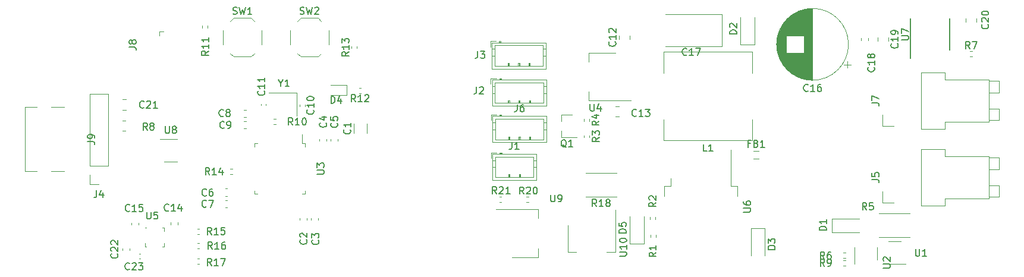
<source format=gbr>
%TF.GenerationSoftware,KiCad,Pcbnew,(5.1.9)-1*%
%TF.CreationDate,2022-06-19T13:41:10+03:00*%
%TF.ProjectId,jantteri-motor-pwr,6a616e74-7465-4726-992d-6d6f746f722d,rev?*%
%TF.SameCoordinates,Original*%
%TF.FileFunction,Legend,Top*%
%TF.FilePolarity,Positive*%
%FSLAX46Y46*%
G04 Gerber Fmt 4.6, Leading zero omitted, Abs format (unit mm)*
G04 Created by KiCad (PCBNEW (5.1.9)-1) date 2022-06-19 13:41:10*
%MOMM*%
%LPD*%
G01*
G04 APERTURE LIST*
%ADD10C,0.120000*%
%ADD11C,0.150000*%
G04 APERTURE END LIST*
D10*
%TO.C,J4*%
X72999600Y-130412800D02*
X71669600Y-130412800D01*
X71669600Y-130412800D02*
X71669600Y-129082800D01*
X71669600Y-127812800D02*
X71669600Y-117592800D01*
X74329600Y-117592800D02*
X71669600Y-117592800D01*
X74329600Y-127812800D02*
X74329600Y-117592800D01*
X74329600Y-127812800D02*
X71669600Y-127812800D01*
%TO.C,C1*%
X109341240Y-123173012D02*
X109341240Y-121750508D01*
X111161240Y-123173012D02*
X111161240Y-121750508D01*
%TO.C,C2*%
X102602760Y-135208700D02*
X102602760Y-135489860D01*
X101582760Y-135208700D02*
X101582760Y-135489860D01*
%TO.C,C3*%
X103243920Y-135238580D02*
X103243920Y-135519740D01*
X104263920Y-135238580D02*
X104263920Y-135519740D01*
%TO.C,C4*%
X104366600Y-124242140D02*
X104366600Y-123960980D01*
X105386600Y-124242140D02*
X105386600Y-123960980D01*
%TO.C,C5*%
X106012520Y-124239900D02*
X106012520Y-123958740D01*
X107032520Y-124239900D02*
X107032520Y-123958740D01*
%TO.C,C6*%
X91303420Y-131056920D02*
X91022260Y-131056920D01*
X91303420Y-132076920D02*
X91022260Y-132076920D01*
%TO.C,C7*%
X91289579Y-133740199D02*
X91008419Y-133740199D01*
X91289579Y-132720199D02*
X91008419Y-132720199D01*
%TO.C,C8*%
X93940540Y-119814880D02*
X93659380Y-119814880D01*
X93940540Y-120834880D02*
X93659380Y-120834880D01*
%TO.C,C9*%
X93940540Y-121481120D02*
X93659380Y-121481120D01*
X93940540Y-122501120D02*
X93659380Y-122501120D01*
%TO.C,C10*%
X102351160Y-119079124D02*
X102351160Y-119294796D01*
X101631160Y-119079124D02*
X101631160Y-119294796D01*
%TO.C,C11*%
X96803800Y-119185636D02*
X96803800Y-118969964D01*
X96083800Y-119185636D02*
X96083800Y-118969964D01*
%TO.C,C12*%
X147093000Y-109750452D02*
X147093000Y-109227948D01*
X148563000Y-109750452D02*
X148563000Y-109227948D01*
%TO.C,C13*%
X146515148Y-120775400D02*
X147037652Y-120775400D01*
X146515148Y-119305400D02*
X147037652Y-119305400D01*
%TO.C,C14*%
X84228400Y-136164900D02*
X84228400Y-135883740D01*
X83208400Y-136164900D02*
X83208400Y-135883740D01*
%TO.C,C15*%
X77605160Y-136206140D02*
X77605160Y-135924980D01*
X78625160Y-136206140D02*
X78625160Y-135924980D01*
%TO.C,C17*%
X153691300Y-110768800D02*
X161751300Y-110768800D01*
X161751300Y-110768800D02*
X161751300Y-106248800D01*
X161751300Y-106248800D02*
X153691300Y-106248800D01*
%TO.C,C18*%
X181511480Y-109633140D02*
X181511480Y-109914300D01*
X182531480Y-109633140D02*
X182531480Y-109914300D01*
%TO.C,C19*%
X183928080Y-109492188D02*
X183928080Y-110014692D01*
X185398080Y-109492188D02*
X185398080Y-110014692D01*
%TO.C,C20*%
X196445200Y-107286732D02*
X196445200Y-106764228D01*
X197915200Y-107286732D02*
X197915200Y-106764228D01*
%TO.C,C21*%
X76903252Y-119810200D02*
X76380748Y-119810200D01*
X76903252Y-118340200D02*
X76380748Y-118340200D01*
%TO.C,C22*%
X77390720Y-139539100D02*
X77390720Y-139820260D01*
X76370720Y-139539100D02*
X76370720Y-139820260D01*
%TO.C,D1*%
X177354400Y-135296400D02*
X177354400Y-137296400D01*
X177354400Y-137296400D02*
X181254400Y-137296400D01*
X177354400Y-135296400D02*
X181254400Y-135296400D01*
%TO.C,D2*%
X164354000Y-110531200D02*
X166354000Y-110531200D01*
X166354000Y-110531200D02*
X166354000Y-106631200D01*
X164354000Y-110531200D02*
X164354000Y-106631200D01*
%TO.C,D3*%
X167827200Y-136714400D02*
X167827200Y-140614400D01*
X165827200Y-136714400D02*
X165827200Y-140614400D01*
X167827200Y-136714400D02*
X165827200Y-136714400D01*
%TO.C,D4*%
X105991660Y-117737560D02*
X108276660Y-117737560D01*
X108276660Y-117737560D02*
X108276660Y-116267560D01*
X108276660Y-116267560D02*
X105991660Y-116267560D01*
%TO.C,D5*%
X148606000Y-138875600D02*
X148606000Y-134975600D01*
X150606000Y-138875600D02*
X150606000Y-134975600D01*
X148606000Y-138875600D02*
X150606000Y-138875600D01*
%TO.C,FB1*%
X166169278Y-125678000D02*
X166968522Y-125678000D01*
X166169278Y-126798000D02*
X166968522Y-126798000D01*
%TO.C,J1*%
X129044800Y-126098000D02*
X129044800Y-129818000D01*
X129044800Y-129818000D02*
X135264800Y-129818000D01*
X135264800Y-129818000D02*
X135264800Y-126098000D01*
X135264800Y-126098000D02*
X129044800Y-126098000D01*
X130354800Y-126098000D02*
X130354800Y-125898000D01*
X130354800Y-125898000D02*
X130054800Y-125898000D01*
X130054800Y-125898000D02*
X130054800Y-126098000D01*
X130354800Y-125998000D02*
X130054800Y-125998000D01*
X129444800Y-126498000D02*
X129444800Y-129418000D01*
X129444800Y-129418000D02*
X134864800Y-129418000D01*
X134864800Y-129418000D02*
X134864800Y-126498000D01*
X134864800Y-126498000D02*
X129444800Y-126498000D01*
X129044800Y-127008000D02*
X129444800Y-127008000D01*
X129044800Y-128008000D02*
X129444800Y-128008000D01*
X135264800Y-127008000D02*
X134864800Y-127008000D01*
X135264800Y-128008000D02*
X134864800Y-128008000D01*
X131304800Y-129418000D02*
X131304800Y-129018000D01*
X131304800Y-129018000D02*
X131504800Y-129018000D01*
X131504800Y-129018000D02*
X131504800Y-129418000D01*
X131404800Y-129418000D02*
X131404800Y-129018000D01*
X132804800Y-129418000D02*
X132804800Y-129018000D01*
X132804800Y-129018000D02*
X133004800Y-129018000D01*
X133004800Y-129018000D02*
X133004800Y-129418000D01*
X132904800Y-129418000D02*
X132904800Y-129018000D01*
X129644800Y-125898000D02*
X128844800Y-125898000D01*
X128844800Y-125898000D02*
X128844800Y-126698000D01*
%TO.C,J2*%
X128996800Y-115531600D02*
X128996800Y-119251600D01*
X128996800Y-119251600D02*
X136716800Y-119251600D01*
X136716800Y-119251600D02*
X136716800Y-115531600D01*
X136716800Y-115531600D02*
X128996800Y-115531600D01*
X130306800Y-115531600D02*
X130306800Y-115331600D01*
X130306800Y-115331600D02*
X130006800Y-115331600D01*
X130006800Y-115331600D02*
X130006800Y-115531600D01*
X130306800Y-115431600D02*
X130006800Y-115431600D01*
X129396800Y-115931600D02*
X129396800Y-118851600D01*
X129396800Y-118851600D02*
X136316800Y-118851600D01*
X136316800Y-118851600D02*
X136316800Y-115931600D01*
X136316800Y-115931600D02*
X129396800Y-115931600D01*
X128996800Y-116441600D02*
X129396800Y-116441600D01*
X128996800Y-117441600D02*
X129396800Y-117441600D01*
X136716800Y-116441600D02*
X136316800Y-116441600D01*
X136716800Y-117441600D02*
X136316800Y-117441600D01*
X131256800Y-118851600D02*
X131256800Y-118451600D01*
X131256800Y-118451600D02*
X131456800Y-118451600D01*
X131456800Y-118451600D02*
X131456800Y-118851600D01*
X131356800Y-118851600D02*
X131356800Y-118451600D01*
X132756800Y-118851600D02*
X132756800Y-118451600D01*
X132756800Y-118451600D02*
X132956800Y-118451600D01*
X132956800Y-118451600D02*
X132956800Y-118851600D01*
X132856800Y-118851600D02*
X132856800Y-118451600D01*
X134256800Y-118851600D02*
X134256800Y-118451600D01*
X134256800Y-118451600D02*
X134456800Y-118451600D01*
X134456800Y-118451600D02*
X134456800Y-118851600D01*
X134356800Y-118851600D02*
X134356800Y-118451600D01*
X129596800Y-115331600D02*
X128796800Y-115331600D01*
X128796800Y-115331600D02*
X128796800Y-116131600D01*
%TO.C,J3*%
X128946000Y-110248400D02*
X128946000Y-113968400D01*
X128946000Y-113968400D02*
X136666000Y-113968400D01*
X136666000Y-113968400D02*
X136666000Y-110248400D01*
X136666000Y-110248400D02*
X128946000Y-110248400D01*
X130256000Y-110248400D02*
X130256000Y-110048400D01*
X130256000Y-110048400D02*
X129956000Y-110048400D01*
X129956000Y-110048400D02*
X129956000Y-110248400D01*
X130256000Y-110148400D02*
X129956000Y-110148400D01*
X129346000Y-110648400D02*
X129346000Y-113568400D01*
X129346000Y-113568400D02*
X136266000Y-113568400D01*
X136266000Y-113568400D02*
X136266000Y-110648400D01*
X136266000Y-110648400D02*
X129346000Y-110648400D01*
X128946000Y-111158400D02*
X129346000Y-111158400D01*
X128946000Y-112158400D02*
X129346000Y-112158400D01*
X136666000Y-111158400D02*
X136266000Y-111158400D01*
X136666000Y-112158400D02*
X136266000Y-112158400D01*
X131206000Y-113568400D02*
X131206000Y-113168400D01*
X131206000Y-113168400D02*
X131406000Y-113168400D01*
X131406000Y-113168400D02*
X131406000Y-113568400D01*
X131306000Y-113568400D02*
X131306000Y-113168400D01*
X132706000Y-113568400D02*
X132706000Y-113168400D01*
X132706000Y-113168400D02*
X132906000Y-113168400D01*
X132906000Y-113168400D02*
X132906000Y-113568400D01*
X132806000Y-113568400D02*
X132806000Y-113168400D01*
X134206000Y-113568400D02*
X134206000Y-113168400D01*
X134206000Y-113168400D02*
X134406000Y-113168400D01*
X134406000Y-113168400D02*
X134406000Y-113568400D01*
X134306000Y-113568400D02*
X134306000Y-113168400D01*
X129546000Y-110048400D02*
X128746000Y-110048400D01*
X128746000Y-110048400D02*
X128746000Y-110848400D01*
%TO.C,J6*%
X128820800Y-120513200D02*
X128820800Y-121313200D01*
X129620800Y-120513200D02*
X128820800Y-120513200D01*
X134380800Y-124033200D02*
X134380800Y-123633200D01*
X134480800Y-123633200D02*
X134480800Y-124033200D01*
X134280800Y-123633200D02*
X134480800Y-123633200D01*
X134280800Y-124033200D02*
X134280800Y-123633200D01*
X132880800Y-124033200D02*
X132880800Y-123633200D01*
X132980800Y-123633200D02*
X132980800Y-124033200D01*
X132780800Y-123633200D02*
X132980800Y-123633200D01*
X132780800Y-124033200D02*
X132780800Y-123633200D01*
X131380800Y-124033200D02*
X131380800Y-123633200D01*
X131480800Y-123633200D02*
X131480800Y-124033200D01*
X131280800Y-123633200D02*
X131480800Y-123633200D01*
X131280800Y-124033200D02*
X131280800Y-123633200D01*
X136740800Y-122623200D02*
X136340800Y-122623200D01*
X136740800Y-121623200D02*
X136340800Y-121623200D01*
X129020800Y-122623200D02*
X129420800Y-122623200D01*
X129020800Y-121623200D02*
X129420800Y-121623200D01*
X136340800Y-121113200D02*
X129420800Y-121113200D01*
X136340800Y-124033200D02*
X136340800Y-121113200D01*
X129420800Y-124033200D02*
X136340800Y-124033200D01*
X129420800Y-121113200D02*
X129420800Y-124033200D01*
X130330800Y-120613200D02*
X130030800Y-120613200D01*
X130030800Y-120513200D02*
X130030800Y-120713200D01*
X130330800Y-120513200D02*
X130030800Y-120513200D01*
X130330800Y-120713200D02*
X130330800Y-120513200D01*
X136740800Y-120713200D02*
X129020800Y-120713200D01*
X136740800Y-124433200D02*
X136740800Y-120713200D01*
X129020800Y-124433200D02*
X136740800Y-124433200D01*
X129020800Y-120713200D02*
X129020800Y-124433200D01*
%TO.C,J8*%
X81584800Y-108635800D02*
X82219800Y-108635800D01*
X81584800Y-109270800D02*
X81584800Y-108635800D01*
%TO.C,J9*%
X68093200Y-119422800D02*
X66173200Y-119422800D01*
X66173200Y-128582800D02*
X68093200Y-128582800D01*
X64163200Y-128582800D02*
X62458200Y-128582800D01*
X62458200Y-119422800D02*
X64163200Y-119422800D01*
X62458200Y-128582800D02*
X62458200Y-119422800D01*
%TO.C,L1*%
X153437600Y-114556000D02*
X153437600Y-111556000D01*
X153437600Y-111556000D02*
X166037600Y-111556000D01*
X166037600Y-111556000D02*
X166037600Y-114556000D01*
X166037600Y-121156000D02*
X166037600Y-124156000D01*
X166037600Y-124156000D02*
X153437600Y-124156000D01*
X153437600Y-124156000D02*
X153437600Y-121156000D01*
%TO.C,Q1*%
X138889200Y-120543200D02*
X138889200Y-121473200D01*
X138889200Y-123703200D02*
X138889200Y-122773200D01*
X138889200Y-123703200D02*
X141049200Y-123703200D01*
X138889200Y-120543200D02*
X140349200Y-120543200D01*
%TO.C,R1*%
X151522160Y-137639359D02*
X151522160Y-137946641D01*
X152282160Y-137639359D02*
X152282160Y-137946641D01*
%TO.C,R2*%
X152266920Y-135079039D02*
X152266920Y-135386321D01*
X151506920Y-135079039D02*
X151506920Y-135386321D01*
%TO.C,R3*%
X142823200Y-123748041D02*
X142823200Y-123440759D01*
X142063200Y-123748041D02*
X142063200Y-123440759D01*
%TO.C,R4*%
X142823200Y-121105959D02*
X142823200Y-121413241D01*
X142063200Y-121105959D02*
X142063200Y-121413241D01*
%TO.C,R6*%
X179323241Y-140892800D02*
X179015959Y-140892800D01*
X179323241Y-140132800D02*
X179015959Y-140132800D01*
%TO.C,R7*%
X197023479Y-112206040D02*
X197330761Y-112206040D01*
X197023479Y-111446040D02*
X197330761Y-111446040D01*
%TO.C,R8*%
X76831564Y-122806001D02*
X76377436Y-122806001D01*
X76831564Y-121336001D02*
X76377436Y-121336001D01*
%TO.C,R9*%
X179019959Y-141301200D02*
X179327241Y-141301200D01*
X179019959Y-142061200D02*
X179327241Y-142061200D01*
%TO.C,R10*%
X98197641Y-121903760D02*
X97890359Y-121903760D01*
X98197641Y-121143760D02*
X97890359Y-121143760D01*
%TO.C,R11*%
X87727520Y-107818679D02*
X87727520Y-108125961D01*
X88487520Y-107818679D02*
X88487520Y-108125961D01*
%TO.C,R12*%
X110333761Y-117428280D02*
X110026479Y-117428280D01*
X110333761Y-116668280D02*
X110026479Y-116668280D01*
%TO.C,R13*%
X109711760Y-111068361D02*
X109711760Y-110761079D01*
X108951760Y-111068361D02*
X108951760Y-110761079D01*
%TO.C,R14*%
X91998041Y-129015760D02*
X91690759Y-129015760D01*
X91998041Y-128255760D02*
X91690759Y-128255760D01*
%TO.C,R15*%
X87323361Y-136774920D02*
X87016079Y-136774920D01*
X87323361Y-137534920D02*
X87016079Y-137534920D01*
%TO.C,R16*%
X87323361Y-139592320D02*
X87016079Y-139592320D01*
X87323361Y-138832320D02*
X87016079Y-138832320D01*
%TO.C,R17*%
X87323361Y-141807200D02*
X87016079Y-141807200D01*
X87323361Y-141047200D02*
X87016079Y-141047200D01*
%TO.C,R18*%
X146686964Y-132215200D02*
X142332836Y-132215200D01*
X146686964Y-128795200D02*
X142332836Y-128795200D01*
%TO.C,R20*%
X134194521Y-132197840D02*
X133887239Y-132197840D01*
X134194521Y-132957840D02*
X133887239Y-132957840D01*
%TO.C,R21*%
X130321561Y-132197840D02*
X130014279Y-132197840D01*
X130321561Y-132957840D02*
X130014279Y-132957840D01*
%TO.C,U1*%
X187201200Y-138532000D02*
X185401200Y-138532000D01*
X185401200Y-141752000D02*
X187851200Y-141752000D01*
%TO.C,U2*%
X183778800Y-141158800D02*
X183778800Y-139358800D01*
X180558800Y-139358800D02*
X180558800Y-141808800D01*
%TO.C,U3*%
X95138601Y-131367401D02*
X95138601Y-131817401D01*
X95138601Y-131817401D02*
X95588601Y-131817401D01*
X95138601Y-125047401D02*
X95138601Y-124597401D01*
X95138601Y-124597401D02*
X95588601Y-124597401D01*
X102358601Y-131367401D02*
X102358601Y-131817401D01*
X102358601Y-131817401D02*
X101908601Y-131817401D01*
X102358601Y-125047401D02*
X102358601Y-124597401D01*
X102358601Y-124597401D02*
X101908601Y-124597401D01*
X101908601Y-124597401D02*
X101908601Y-123307401D01*
%TO.C,U4*%
X148778000Y-118508800D02*
X142768000Y-118508800D01*
X146528000Y-111688800D02*
X142768000Y-111688800D01*
X142768000Y-118508800D02*
X142768000Y-117248800D01*
X142768000Y-111688800D02*
X142768000Y-112948800D01*
%TO.C,U5*%
X82066199Y-136598401D02*
X82291199Y-136598401D01*
X82291199Y-136598401D02*
X82291199Y-137073401D01*
X79796199Y-139318401D02*
X79571199Y-139318401D01*
X79571199Y-139318401D02*
X79571199Y-138843401D01*
X82066199Y-139318401D02*
X82291199Y-139318401D01*
X82291199Y-139318401D02*
X82291199Y-138843401D01*
X79796199Y-136598401D02*
X79571199Y-136598401D01*
%TO.C,U6*%
X163899200Y-132154000D02*
X163899200Y-130654000D01*
X163899200Y-130654000D02*
X162949200Y-130654000D01*
X162949200Y-130654000D02*
X162949200Y-125529000D01*
X153499200Y-132154000D02*
X153499200Y-130654000D01*
X153499200Y-130654000D02*
X154449200Y-130654000D01*
X154449200Y-130654000D02*
X154449200Y-129554000D01*
D11*
%TO.C,U7*%
X194108460Y-111319200D02*
X194108460Y-106819200D01*
X188558460Y-112444200D02*
X188558460Y-106819200D01*
D10*
%TO.C,U8*%
X84128000Y-124003200D02*
X81678000Y-124003200D01*
X82328000Y-127223200D02*
X84128000Y-127223200D01*
%TO.C,U9*%
X135564800Y-140824000D02*
X135564800Y-139564000D01*
X135564800Y-134004000D02*
X135564800Y-135264000D01*
X131804800Y-140824000D02*
X135564800Y-140824000D01*
X129554800Y-134004000D02*
X135564800Y-134004000D01*
%TO.C,U10*%
X139744400Y-140035200D02*
X141004400Y-140035200D01*
X146564400Y-140035200D02*
X145304400Y-140035200D01*
X139744400Y-136275200D02*
X139744400Y-140035200D01*
X146564400Y-134025200D02*
X146564400Y-140035200D01*
%TO.C,Y1*%
X101209680Y-120698160D02*
X101209680Y-117398160D01*
X101209680Y-117398160D02*
X97209680Y-117398160D01*
%TO.C,C16*%
X179730400Y-110490000D02*
G75*
G03*
X179730400Y-110490000I-5120000J0D01*
G01*
X174610400Y-115570000D02*
X174610400Y-105410000D01*
X174570400Y-115570000D02*
X174570400Y-105410000D01*
X174530400Y-115570000D02*
X174530400Y-105410000D01*
X174490400Y-115569000D02*
X174490400Y-105411000D01*
X174450400Y-115568000D02*
X174450400Y-105412000D01*
X174410400Y-115567000D02*
X174410400Y-105413000D01*
X174370400Y-115565000D02*
X174370400Y-105415000D01*
X174330400Y-115563000D02*
X174330400Y-105417000D01*
X174290400Y-115560000D02*
X174290400Y-105420000D01*
X174250400Y-115558000D02*
X174250400Y-105422000D01*
X174210400Y-115555000D02*
X174210400Y-105425000D01*
X174170400Y-115552000D02*
X174170400Y-105428000D01*
X174130400Y-115548000D02*
X174130400Y-105432000D01*
X174090400Y-115544000D02*
X174090400Y-105436000D01*
X174050400Y-115540000D02*
X174050400Y-105440000D01*
X174010400Y-115535000D02*
X174010400Y-105445000D01*
X173970400Y-115530000D02*
X173970400Y-105450000D01*
X173930400Y-115525000D02*
X173930400Y-105455000D01*
X173889400Y-115520000D02*
X173889400Y-105460000D01*
X173849400Y-115514000D02*
X173849400Y-105466000D01*
X173809400Y-115508000D02*
X173809400Y-105472000D01*
X173769400Y-115501000D02*
X173769400Y-105479000D01*
X173729400Y-115494000D02*
X173729400Y-105486000D01*
X173689400Y-115487000D02*
X173689400Y-105493000D01*
X173649400Y-115480000D02*
X173649400Y-105500000D01*
X173609400Y-115472000D02*
X173609400Y-105508000D01*
X173569400Y-115464000D02*
X173569400Y-105516000D01*
X173529400Y-115455000D02*
X173529400Y-105525000D01*
X173489400Y-115446000D02*
X173489400Y-105534000D01*
X173449400Y-115437000D02*
X173449400Y-105543000D01*
X173409400Y-115428000D02*
X173409400Y-105552000D01*
X173369400Y-115418000D02*
X173369400Y-105562000D01*
X173329400Y-115408000D02*
X173329400Y-111731000D01*
X173329400Y-109249000D02*
X173329400Y-105572000D01*
X173289400Y-115397000D02*
X173289400Y-111731000D01*
X173289400Y-109249000D02*
X173289400Y-105583000D01*
X173249400Y-115387000D02*
X173249400Y-111731000D01*
X173249400Y-109249000D02*
X173249400Y-105593000D01*
X173209400Y-115375000D02*
X173209400Y-111731000D01*
X173209400Y-109249000D02*
X173209400Y-105605000D01*
X173169400Y-115364000D02*
X173169400Y-111731000D01*
X173169400Y-109249000D02*
X173169400Y-105616000D01*
X173129400Y-115352000D02*
X173129400Y-111731000D01*
X173129400Y-109249000D02*
X173129400Y-105628000D01*
X173089400Y-115340000D02*
X173089400Y-111731000D01*
X173089400Y-109249000D02*
X173089400Y-105640000D01*
X173049400Y-115327000D02*
X173049400Y-111731000D01*
X173049400Y-109249000D02*
X173049400Y-105653000D01*
X173009400Y-115314000D02*
X173009400Y-111731000D01*
X173009400Y-109249000D02*
X173009400Y-105666000D01*
X172969400Y-115301000D02*
X172969400Y-111731000D01*
X172969400Y-109249000D02*
X172969400Y-105679000D01*
X172929400Y-115287000D02*
X172929400Y-111731000D01*
X172929400Y-109249000D02*
X172929400Y-105693000D01*
X172889400Y-115273000D02*
X172889400Y-111731000D01*
X172889400Y-109249000D02*
X172889400Y-105707000D01*
X172849400Y-115258000D02*
X172849400Y-111731000D01*
X172849400Y-109249000D02*
X172849400Y-105722000D01*
X172809400Y-115244000D02*
X172809400Y-111731000D01*
X172809400Y-109249000D02*
X172809400Y-105736000D01*
X172769400Y-115228000D02*
X172769400Y-111731000D01*
X172769400Y-109249000D02*
X172769400Y-105752000D01*
X172729400Y-115213000D02*
X172729400Y-111731000D01*
X172729400Y-109249000D02*
X172729400Y-105767000D01*
X172689400Y-115197000D02*
X172689400Y-111731000D01*
X172689400Y-109249000D02*
X172689400Y-105783000D01*
X172649400Y-115180000D02*
X172649400Y-111731000D01*
X172649400Y-109249000D02*
X172649400Y-105800000D01*
X172609400Y-115164000D02*
X172609400Y-111731000D01*
X172609400Y-109249000D02*
X172609400Y-105816000D01*
X172569400Y-115147000D02*
X172569400Y-111731000D01*
X172569400Y-109249000D02*
X172569400Y-105833000D01*
X172529400Y-115129000D02*
X172529400Y-111731000D01*
X172529400Y-109249000D02*
X172529400Y-105851000D01*
X172489400Y-115111000D02*
X172489400Y-111731000D01*
X172489400Y-109249000D02*
X172489400Y-105869000D01*
X172449400Y-115093000D02*
X172449400Y-111731000D01*
X172449400Y-109249000D02*
X172449400Y-105887000D01*
X172409400Y-115074000D02*
X172409400Y-111731000D01*
X172409400Y-109249000D02*
X172409400Y-105906000D01*
X172369400Y-115054000D02*
X172369400Y-111731000D01*
X172369400Y-109249000D02*
X172369400Y-105926000D01*
X172329400Y-115035000D02*
X172329400Y-111731000D01*
X172329400Y-109249000D02*
X172329400Y-105945000D01*
X172289400Y-115015000D02*
X172289400Y-111731000D01*
X172289400Y-109249000D02*
X172289400Y-105965000D01*
X172249400Y-114994000D02*
X172249400Y-111731000D01*
X172249400Y-109249000D02*
X172249400Y-105986000D01*
X172209400Y-114973000D02*
X172209400Y-111731000D01*
X172209400Y-109249000D02*
X172209400Y-106007000D01*
X172169400Y-114952000D02*
X172169400Y-111731000D01*
X172169400Y-109249000D02*
X172169400Y-106028000D01*
X172129400Y-114930000D02*
X172129400Y-111731000D01*
X172129400Y-109249000D02*
X172129400Y-106050000D01*
X172089400Y-114907000D02*
X172089400Y-111731000D01*
X172089400Y-109249000D02*
X172089400Y-106073000D01*
X172049400Y-114885000D02*
X172049400Y-111731000D01*
X172049400Y-109249000D02*
X172049400Y-106095000D01*
X172009400Y-114861000D02*
X172009400Y-111731000D01*
X172009400Y-109249000D02*
X172009400Y-106119000D01*
X171969400Y-114837000D02*
X171969400Y-111731000D01*
X171969400Y-109249000D02*
X171969400Y-106143000D01*
X171929400Y-114813000D02*
X171929400Y-111731000D01*
X171929400Y-109249000D02*
X171929400Y-106167000D01*
X171889400Y-114788000D02*
X171889400Y-111731000D01*
X171889400Y-109249000D02*
X171889400Y-106192000D01*
X171849400Y-114763000D02*
X171849400Y-111731000D01*
X171849400Y-109249000D02*
X171849400Y-106217000D01*
X171809400Y-114737000D02*
X171809400Y-111731000D01*
X171809400Y-109249000D02*
X171809400Y-106243000D01*
X171769400Y-114711000D02*
X171769400Y-111731000D01*
X171769400Y-109249000D02*
X171769400Y-106269000D01*
X171729400Y-114684000D02*
X171729400Y-111731000D01*
X171729400Y-109249000D02*
X171729400Y-106296000D01*
X171689400Y-114656000D02*
X171689400Y-111731000D01*
X171689400Y-109249000D02*
X171689400Y-106324000D01*
X171649400Y-114628000D02*
X171649400Y-111731000D01*
X171649400Y-109249000D02*
X171649400Y-106352000D01*
X171609400Y-114600000D02*
X171609400Y-111731000D01*
X171609400Y-109249000D02*
X171609400Y-106380000D01*
X171569400Y-114570000D02*
X171569400Y-111731000D01*
X171569400Y-109249000D02*
X171569400Y-106410000D01*
X171529400Y-114540000D02*
X171529400Y-111731000D01*
X171529400Y-109249000D02*
X171529400Y-106440000D01*
X171489400Y-114510000D02*
X171489400Y-111731000D01*
X171489400Y-109249000D02*
X171489400Y-106470000D01*
X171449400Y-114479000D02*
X171449400Y-111731000D01*
X171449400Y-109249000D02*
X171449400Y-106501000D01*
X171409400Y-114447000D02*
X171409400Y-111731000D01*
X171409400Y-109249000D02*
X171409400Y-106533000D01*
X171369400Y-114415000D02*
X171369400Y-111731000D01*
X171369400Y-109249000D02*
X171369400Y-106565000D01*
X171329400Y-114382000D02*
X171329400Y-111731000D01*
X171329400Y-109249000D02*
X171329400Y-106598000D01*
X171289400Y-114348000D02*
X171289400Y-111731000D01*
X171289400Y-109249000D02*
X171289400Y-106632000D01*
X171249400Y-114314000D02*
X171249400Y-111731000D01*
X171249400Y-109249000D02*
X171249400Y-106666000D01*
X171209400Y-114279000D02*
X171209400Y-111731000D01*
X171209400Y-109249000D02*
X171209400Y-106701000D01*
X171169400Y-114243000D02*
X171169400Y-111731000D01*
X171169400Y-109249000D02*
X171169400Y-106737000D01*
X171129400Y-114206000D02*
X171129400Y-111731000D01*
X171129400Y-109249000D02*
X171129400Y-106774000D01*
X171089400Y-114169000D02*
X171089400Y-111731000D01*
X171089400Y-109249000D02*
X171089400Y-106811000D01*
X171049400Y-114130000D02*
X171049400Y-111731000D01*
X171049400Y-109249000D02*
X171049400Y-106850000D01*
X171009400Y-114091000D02*
X171009400Y-111731000D01*
X171009400Y-109249000D02*
X171009400Y-106889000D01*
X170969400Y-114051000D02*
X170969400Y-111731000D01*
X170969400Y-109249000D02*
X170969400Y-106929000D01*
X170929400Y-114010000D02*
X170929400Y-111731000D01*
X170929400Y-109249000D02*
X170929400Y-106970000D01*
X170889400Y-113968000D02*
X170889400Y-111731000D01*
X170889400Y-109249000D02*
X170889400Y-107012000D01*
X170849400Y-113926000D02*
X170849400Y-107054000D01*
X170809400Y-113882000D02*
X170809400Y-107098000D01*
X170769400Y-113837000D02*
X170769400Y-107143000D01*
X170729400Y-113791000D02*
X170729400Y-107189000D01*
X170689400Y-113744000D02*
X170689400Y-107236000D01*
X170649400Y-113696000D02*
X170649400Y-107284000D01*
X170609400Y-113646000D02*
X170609400Y-107334000D01*
X170569400Y-113596000D02*
X170569400Y-107384000D01*
X170529400Y-113544000D02*
X170529400Y-107436000D01*
X170489400Y-113490000D02*
X170489400Y-107490000D01*
X170449400Y-113435000D02*
X170449400Y-107545000D01*
X170409400Y-113379000D02*
X170409400Y-107601000D01*
X170369400Y-113320000D02*
X170369400Y-107660000D01*
X170329400Y-113260000D02*
X170329400Y-107720000D01*
X170289400Y-113199000D02*
X170289400Y-107781000D01*
X170249400Y-113135000D02*
X170249400Y-107845000D01*
X170209400Y-113069000D02*
X170209400Y-107911000D01*
X170169400Y-113000000D02*
X170169400Y-107980000D01*
X170129400Y-112929000D02*
X170129400Y-108051000D01*
X170089400Y-112855000D02*
X170089400Y-108125000D01*
X170049400Y-112779000D02*
X170049400Y-108201000D01*
X170009400Y-112699000D02*
X170009400Y-108281000D01*
X169969400Y-112615000D02*
X169969400Y-108365000D01*
X169929400Y-112527000D02*
X169929400Y-108453000D01*
X169889400Y-112434000D02*
X169889400Y-108546000D01*
X169849400Y-112336000D02*
X169849400Y-108644000D01*
X169809400Y-112232000D02*
X169809400Y-108748000D01*
X169769400Y-112120000D02*
X169769400Y-108860000D01*
X169729400Y-112000000D02*
X169729400Y-108980000D01*
X169689400Y-111868000D02*
X169689400Y-109112000D01*
X169649400Y-111720000D02*
X169649400Y-109260000D01*
X169609400Y-111552000D02*
X169609400Y-109428000D01*
X169569400Y-111352000D02*
X169569400Y-109628000D01*
X169529400Y-111089000D02*
X169529400Y-109891000D01*
X180090046Y-113365000D02*
X179090046Y-113365000D01*
X179590046Y-113865000D02*
X179590046Y-112865000D01*
%TO.C,C23*%
X78916356Y-141040440D02*
X78700684Y-141040440D01*
X78916356Y-140320440D02*
X78700684Y-140320440D01*
%TO.C,SW1*%
X92179001Y-106751801D02*
X94679001Y-106751801D01*
X90679001Y-108501801D02*
X90679001Y-110501801D01*
X92179001Y-112251801D02*
X94679001Y-112251801D01*
X96179001Y-108501801D02*
X96179001Y-110501801D01*
X91729001Y-107201801D02*
X92179001Y-106751801D01*
X95129001Y-107201801D02*
X94679001Y-106751801D01*
X95129001Y-111801801D02*
X94679001Y-112251801D01*
X91729001Y-111801801D02*
X92179001Y-112251801D01*
%TO.C,SW2*%
X101279001Y-111801801D02*
X101729001Y-112251801D01*
X104679001Y-111801801D02*
X104229001Y-112251801D01*
X104679001Y-107201801D02*
X104229001Y-106751801D01*
X101279001Y-107201801D02*
X101729001Y-106751801D01*
X105729001Y-108501801D02*
X105729001Y-110501801D01*
X101729001Y-112251801D02*
X104229001Y-112251801D01*
X100229001Y-108501801D02*
X100229001Y-110501801D01*
X101729001Y-106751801D02*
X104229001Y-106751801D01*
%TO.C,J5*%
X190072000Y-133477200D02*
X190072000Y-125397200D01*
X190072000Y-125397200D02*
X193492000Y-125397200D01*
X193492000Y-125397200D02*
X193492000Y-126447200D01*
X193492000Y-126447200D02*
X199692000Y-126447200D01*
X199692000Y-126447200D02*
X199692000Y-132427200D01*
X199692000Y-132427200D02*
X193492000Y-132427200D01*
X193492000Y-132427200D02*
X193492000Y-133477200D01*
X193492000Y-133477200D02*
X190072000Y-133477200D01*
X199692000Y-132237200D02*
X201192000Y-132237200D01*
X201192000Y-132237200D02*
X201192000Y-130597200D01*
X201192000Y-130597200D02*
X199692000Y-130597200D01*
X199692000Y-128277200D02*
X201192000Y-128277200D01*
X201192000Y-128277200D02*
X201192000Y-126637200D01*
X201192000Y-126637200D02*
X199692000Y-126637200D01*
X184572000Y-131417200D02*
X184572000Y-133027200D01*
X184572000Y-133027200D02*
X186182000Y-133027200D01*
%TO.C,J7*%
X184572000Y-122107600D02*
X186182000Y-122107600D01*
X184572000Y-120497600D02*
X184572000Y-122107600D01*
X201192000Y-115717600D02*
X199692000Y-115717600D01*
X201192000Y-117357600D02*
X201192000Y-115717600D01*
X199692000Y-117357600D02*
X201192000Y-117357600D01*
X201192000Y-119677600D02*
X199692000Y-119677600D01*
X201192000Y-121317600D02*
X201192000Y-119677600D01*
X199692000Y-121317600D02*
X201192000Y-121317600D01*
X193492000Y-122557600D02*
X190072000Y-122557600D01*
X193492000Y-121507600D02*
X193492000Y-122557600D01*
X199692000Y-121507600D02*
X193492000Y-121507600D01*
X199692000Y-115527600D02*
X199692000Y-121507600D01*
X193492000Y-115527600D02*
X199692000Y-115527600D01*
X193492000Y-114477600D02*
X193492000Y-115527600D01*
X190072000Y-114477600D02*
X193492000Y-114477600D01*
X190072000Y-122557600D02*
X190072000Y-114477600D01*
%TO.C,R5*%
X188444564Y-134535600D02*
X184090436Y-134535600D01*
X188444564Y-137955600D02*
X184090436Y-137955600D01*
%TO.C,J4*%
D11*
X72666266Y-131305180D02*
X72666266Y-132019466D01*
X72618647Y-132162323D01*
X72523409Y-132257561D01*
X72380552Y-132305180D01*
X72285314Y-132305180D01*
X73571028Y-131638514D02*
X73571028Y-132305180D01*
X73332933Y-131257561D02*
X73094838Y-131971847D01*
X73713885Y-131971847D01*
%TO.C,C1*%
X108758382Y-122628426D02*
X108806001Y-122676045D01*
X108853620Y-122818902D01*
X108853620Y-122914140D01*
X108806001Y-123056998D01*
X108710763Y-123152236D01*
X108615525Y-123199855D01*
X108425049Y-123247474D01*
X108282192Y-123247474D01*
X108091716Y-123199855D01*
X107996478Y-123152236D01*
X107901240Y-123056998D01*
X107853620Y-122914140D01*
X107853620Y-122818902D01*
X107901240Y-122676045D01*
X107948859Y-122628426D01*
X108853620Y-121676045D02*
X108853620Y-122247474D01*
X108853620Y-121961760D02*
X107853620Y-121961760D01*
X107996478Y-122056998D01*
X108091716Y-122152236D01*
X108139335Y-122247474D01*
%TO.C,C2*%
X102536262Y-138327426D02*
X102583881Y-138375045D01*
X102631500Y-138517902D01*
X102631500Y-138613140D01*
X102583881Y-138755998D01*
X102488643Y-138851236D01*
X102393405Y-138898855D01*
X102202929Y-138946474D01*
X102060072Y-138946474D01*
X101869596Y-138898855D01*
X101774358Y-138851236D01*
X101679120Y-138755998D01*
X101631500Y-138613140D01*
X101631500Y-138517902D01*
X101679120Y-138375045D01*
X101726739Y-138327426D01*
X101726739Y-137946474D02*
X101679120Y-137898855D01*
X101631500Y-137803617D01*
X101631500Y-137565521D01*
X101679120Y-137470283D01*
X101726739Y-137422664D01*
X101821977Y-137375045D01*
X101917215Y-137375045D01*
X102060072Y-137422664D01*
X102631500Y-137994093D01*
X102631500Y-137375045D01*
%TO.C,C3*%
X104238062Y-138362986D02*
X104285681Y-138410605D01*
X104333300Y-138553462D01*
X104333300Y-138648700D01*
X104285681Y-138791558D01*
X104190443Y-138886796D01*
X104095205Y-138934415D01*
X103904729Y-138982034D01*
X103761872Y-138982034D01*
X103571396Y-138934415D01*
X103476158Y-138886796D01*
X103380920Y-138791558D01*
X103333300Y-138648700D01*
X103333300Y-138553462D01*
X103380920Y-138410605D01*
X103428539Y-138362986D01*
X103333300Y-138029653D02*
X103333300Y-137410605D01*
X103714253Y-137743939D01*
X103714253Y-137601081D01*
X103761872Y-137505843D01*
X103809491Y-137458224D01*
X103904729Y-137410605D01*
X104142824Y-137410605D01*
X104238062Y-137458224D01*
X104285681Y-137505843D01*
X104333300Y-137601081D01*
X104333300Y-137886796D01*
X104285681Y-137982034D01*
X104238062Y-138029653D01*
%TO.C,C4*%
X105330262Y-121680266D02*
X105377881Y-121727885D01*
X105425500Y-121870742D01*
X105425500Y-121965980D01*
X105377881Y-122108838D01*
X105282643Y-122204076D01*
X105187405Y-122251695D01*
X104996929Y-122299314D01*
X104854072Y-122299314D01*
X104663596Y-122251695D01*
X104568358Y-122204076D01*
X104473120Y-122108838D01*
X104425500Y-121965980D01*
X104425500Y-121870742D01*
X104473120Y-121727885D01*
X104520739Y-121680266D01*
X104758834Y-120823123D02*
X105425500Y-120823123D01*
X104377881Y-121061219D02*
X105092167Y-121299314D01*
X105092167Y-120680266D01*
%TO.C,C5*%
X106905062Y-121715826D02*
X106952681Y-121763445D01*
X107000300Y-121906302D01*
X107000300Y-122001540D01*
X106952681Y-122144398D01*
X106857443Y-122239636D01*
X106762205Y-122287255D01*
X106571729Y-122334874D01*
X106428872Y-122334874D01*
X106238396Y-122287255D01*
X106143158Y-122239636D01*
X106047920Y-122144398D01*
X106000300Y-122001540D01*
X106000300Y-121906302D01*
X106047920Y-121763445D01*
X106095539Y-121715826D01*
X106000300Y-120811064D02*
X106000300Y-121287255D01*
X106476491Y-121334874D01*
X106428872Y-121287255D01*
X106381253Y-121192017D01*
X106381253Y-120953921D01*
X106428872Y-120858683D01*
X106476491Y-120811064D01*
X106571729Y-120763445D01*
X106809824Y-120763445D01*
X106905062Y-120811064D01*
X106952681Y-120858683D01*
X107000300Y-120953921D01*
X107000300Y-121192017D01*
X106952681Y-121287255D01*
X106905062Y-121334874D01*
%TO.C,C6*%
X88321853Y-131985022D02*
X88274234Y-132032641D01*
X88131377Y-132080260D01*
X88036139Y-132080260D01*
X87893281Y-132032641D01*
X87798043Y-131937403D01*
X87750424Y-131842165D01*
X87702805Y-131651689D01*
X87702805Y-131508832D01*
X87750424Y-131318356D01*
X87798043Y-131223118D01*
X87893281Y-131127880D01*
X88036139Y-131080260D01*
X88131377Y-131080260D01*
X88274234Y-131127880D01*
X88321853Y-131175499D01*
X89178996Y-131080260D02*
X88988520Y-131080260D01*
X88893281Y-131127880D01*
X88845662Y-131175499D01*
X88750424Y-131318356D01*
X88702805Y-131508832D01*
X88702805Y-131889784D01*
X88750424Y-131985022D01*
X88798043Y-132032641D01*
X88893281Y-132080260D01*
X89083758Y-132080260D01*
X89178996Y-132032641D01*
X89226615Y-131985022D01*
X89274234Y-131889784D01*
X89274234Y-131651689D01*
X89226615Y-131556451D01*
X89178996Y-131508832D01*
X89083758Y-131461213D01*
X88893281Y-131461213D01*
X88798043Y-131508832D01*
X88750424Y-131556451D01*
X88702805Y-131651689D01*
%TO.C,C7*%
X88291373Y-133595382D02*
X88243754Y-133643001D01*
X88100897Y-133690620D01*
X88005659Y-133690620D01*
X87862801Y-133643001D01*
X87767563Y-133547763D01*
X87719944Y-133452525D01*
X87672325Y-133262049D01*
X87672325Y-133119192D01*
X87719944Y-132928716D01*
X87767563Y-132833478D01*
X87862801Y-132738240D01*
X88005659Y-132690620D01*
X88100897Y-132690620D01*
X88243754Y-132738240D01*
X88291373Y-132785859D01*
X88624706Y-132690620D02*
X89291373Y-132690620D01*
X88862801Y-133690620D01*
%TO.C,C8*%
X90737693Y-120682022D02*
X90690074Y-120729641D01*
X90547217Y-120777260D01*
X90451979Y-120777260D01*
X90309121Y-120729641D01*
X90213883Y-120634403D01*
X90166264Y-120539165D01*
X90118645Y-120348689D01*
X90118645Y-120205832D01*
X90166264Y-120015356D01*
X90213883Y-119920118D01*
X90309121Y-119824880D01*
X90451979Y-119777260D01*
X90547217Y-119777260D01*
X90690074Y-119824880D01*
X90737693Y-119872499D01*
X91309121Y-120205832D02*
X91213883Y-120158213D01*
X91166264Y-120110594D01*
X91118645Y-120015356D01*
X91118645Y-119967737D01*
X91166264Y-119872499D01*
X91213883Y-119824880D01*
X91309121Y-119777260D01*
X91499598Y-119777260D01*
X91594836Y-119824880D01*
X91642455Y-119872499D01*
X91690074Y-119967737D01*
X91690074Y-120015356D01*
X91642455Y-120110594D01*
X91594836Y-120158213D01*
X91499598Y-120205832D01*
X91309121Y-120205832D01*
X91213883Y-120253451D01*
X91166264Y-120301070D01*
X91118645Y-120396308D01*
X91118645Y-120586784D01*
X91166264Y-120682022D01*
X91213883Y-120729641D01*
X91309121Y-120777260D01*
X91499598Y-120777260D01*
X91594836Y-120729641D01*
X91642455Y-120682022D01*
X91690074Y-120586784D01*
X91690074Y-120396308D01*
X91642455Y-120301070D01*
X91594836Y-120253451D01*
X91499598Y-120205832D01*
%TO.C,C9*%
X90837053Y-122368582D02*
X90789434Y-122416201D01*
X90646577Y-122463820D01*
X90551339Y-122463820D01*
X90408481Y-122416201D01*
X90313243Y-122320963D01*
X90265624Y-122225725D01*
X90218005Y-122035249D01*
X90218005Y-121892392D01*
X90265624Y-121701916D01*
X90313243Y-121606678D01*
X90408481Y-121511440D01*
X90551339Y-121463820D01*
X90646577Y-121463820D01*
X90789434Y-121511440D01*
X90837053Y-121559059D01*
X91313243Y-122463820D02*
X91503720Y-122463820D01*
X91598958Y-122416201D01*
X91646577Y-122368582D01*
X91741815Y-122225725D01*
X91789434Y-122035249D01*
X91789434Y-121654297D01*
X91741815Y-121559059D01*
X91694196Y-121511440D01*
X91598958Y-121463820D01*
X91408481Y-121463820D01*
X91313243Y-121511440D01*
X91265624Y-121559059D01*
X91218005Y-121654297D01*
X91218005Y-121892392D01*
X91265624Y-121987630D01*
X91313243Y-122035249D01*
X91408481Y-122082868D01*
X91598958Y-122082868D01*
X91694196Y-122035249D01*
X91741815Y-121987630D01*
X91789434Y-121892392D01*
%TO.C,C10*%
X103508302Y-119829817D02*
X103555921Y-119877436D01*
X103603540Y-120020293D01*
X103603540Y-120115531D01*
X103555921Y-120258388D01*
X103460683Y-120353626D01*
X103365445Y-120401245D01*
X103174969Y-120448864D01*
X103032112Y-120448864D01*
X102841636Y-120401245D01*
X102746398Y-120353626D01*
X102651160Y-120258388D01*
X102603540Y-120115531D01*
X102603540Y-120020293D01*
X102651160Y-119877436D01*
X102698779Y-119829817D01*
X103603540Y-118877436D02*
X103603540Y-119448864D01*
X103603540Y-119163150D02*
X102603540Y-119163150D01*
X102746398Y-119258388D01*
X102841636Y-119353626D01*
X102889255Y-119448864D01*
X102603540Y-118258388D02*
X102603540Y-118163150D01*
X102651160Y-118067912D01*
X102698779Y-118020293D01*
X102794017Y-117972674D01*
X102984493Y-117925055D01*
X103222588Y-117925055D01*
X103413064Y-117972674D01*
X103508302Y-118020293D01*
X103555921Y-118067912D01*
X103603540Y-118163150D01*
X103603540Y-118258388D01*
X103555921Y-118353626D01*
X103508302Y-118401245D01*
X103413064Y-118448864D01*
X103222588Y-118496483D01*
X102984493Y-118496483D01*
X102794017Y-118448864D01*
X102698779Y-118401245D01*
X102651160Y-118353626D01*
X102603540Y-118258388D01*
%TO.C,C11*%
X96531702Y-117132337D02*
X96579321Y-117179956D01*
X96626940Y-117322813D01*
X96626940Y-117418051D01*
X96579321Y-117560908D01*
X96484083Y-117656146D01*
X96388845Y-117703765D01*
X96198369Y-117751384D01*
X96055512Y-117751384D01*
X95865036Y-117703765D01*
X95769798Y-117656146D01*
X95674560Y-117560908D01*
X95626940Y-117418051D01*
X95626940Y-117322813D01*
X95674560Y-117179956D01*
X95722179Y-117132337D01*
X96626940Y-116179956D02*
X96626940Y-116751384D01*
X96626940Y-116465670D02*
X95626940Y-116465670D01*
X95769798Y-116560908D01*
X95865036Y-116656146D01*
X95912655Y-116751384D01*
X96626940Y-115227575D02*
X96626940Y-115799003D01*
X96626940Y-115513289D02*
X95626940Y-115513289D01*
X95769798Y-115608527D01*
X95865036Y-115703765D01*
X95912655Y-115799003D01*
%TO.C,C12*%
X146505142Y-110132057D02*
X146552761Y-110179676D01*
X146600380Y-110322533D01*
X146600380Y-110417771D01*
X146552761Y-110560628D01*
X146457523Y-110655866D01*
X146362285Y-110703485D01*
X146171809Y-110751104D01*
X146028952Y-110751104D01*
X145838476Y-110703485D01*
X145743238Y-110655866D01*
X145648000Y-110560628D01*
X145600380Y-110417771D01*
X145600380Y-110322533D01*
X145648000Y-110179676D01*
X145695619Y-110132057D01*
X146600380Y-109179676D02*
X146600380Y-109751104D01*
X146600380Y-109465390D02*
X145600380Y-109465390D01*
X145743238Y-109560628D01*
X145838476Y-109655866D01*
X145886095Y-109751104D01*
X145695619Y-108798723D02*
X145648000Y-108751104D01*
X145600380Y-108655866D01*
X145600380Y-108417771D01*
X145648000Y-108322533D01*
X145695619Y-108274914D01*
X145790857Y-108227295D01*
X145886095Y-108227295D01*
X146028952Y-108274914D01*
X146600380Y-108846342D01*
X146600380Y-108227295D01*
%TO.C,C13*%
X149521942Y-120651542D02*
X149474323Y-120699161D01*
X149331466Y-120746780D01*
X149236228Y-120746780D01*
X149093371Y-120699161D01*
X148998133Y-120603923D01*
X148950514Y-120508685D01*
X148902895Y-120318209D01*
X148902895Y-120175352D01*
X148950514Y-119984876D01*
X148998133Y-119889638D01*
X149093371Y-119794400D01*
X149236228Y-119746780D01*
X149331466Y-119746780D01*
X149474323Y-119794400D01*
X149521942Y-119842019D01*
X150474323Y-120746780D02*
X149902895Y-120746780D01*
X150188609Y-120746780D02*
X150188609Y-119746780D01*
X150093371Y-119889638D01*
X149998133Y-119984876D01*
X149902895Y-120032495D01*
X150807657Y-119746780D02*
X151426704Y-119746780D01*
X151093371Y-120127733D01*
X151236228Y-120127733D01*
X151331466Y-120175352D01*
X151379085Y-120222971D01*
X151426704Y-120318209D01*
X151426704Y-120556304D01*
X151379085Y-120651542D01*
X151331466Y-120699161D01*
X151236228Y-120746780D01*
X150950514Y-120746780D01*
X150855276Y-120699161D01*
X150807657Y-120651542D01*
%TO.C,C14*%
X82943462Y-134151342D02*
X82895843Y-134198961D01*
X82752986Y-134246580D01*
X82657748Y-134246580D01*
X82514891Y-134198961D01*
X82419653Y-134103723D01*
X82372034Y-134008485D01*
X82324415Y-133818009D01*
X82324415Y-133675152D01*
X82372034Y-133484676D01*
X82419653Y-133389438D01*
X82514891Y-133294200D01*
X82657748Y-133246580D01*
X82752986Y-133246580D01*
X82895843Y-133294200D01*
X82943462Y-133341819D01*
X83895843Y-134246580D02*
X83324415Y-134246580D01*
X83610129Y-134246580D02*
X83610129Y-133246580D01*
X83514891Y-133389438D01*
X83419653Y-133484676D01*
X83324415Y-133532295D01*
X84752986Y-133579914D02*
X84752986Y-134246580D01*
X84514891Y-133198961D02*
X84276796Y-133913247D01*
X84895843Y-133913247D01*
%TO.C,C15*%
X77375782Y-134192582D02*
X77328163Y-134240201D01*
X77185306Y-134287820D01*
X77090068Y-134287820D01*
X76947211Y-134240201D01*
X76851973Y-134144963D01*
X76804354Y-134049725D01*
X76756735Y-133859249D01*
X76756735Y-133716392D01*
X76804354Y-133525916D01*
X76851973Y-133430678D01*
X76947211Y-133335440D01*
X77090068Y-133287820D01*
X77185306Y-133287820D01*
X77328163Y-133335440D01*
X77375782Y-133383059D01*
X78328163Y-134287820D02*
X77756735Y-134287820D01*
X78042449Y-134287820D02*
X78042449Y-133287820D01*
X77947211Y-133430678D01*
X77851973Y-133525916D01*
X77756735Y-133573535D01*
X79232925Y-133287820D02*
X78756735Y-133287820D01*
X78709116Y-133764011D01*
X78756735Y-133716392D01*
X78851973Y-133668773D01*
X79090068Y-133668773D01*
X79185306Y-133716392D01*
X79232925Y-133764011D01*
X79280544Y-133859249D01*
X79280544Y-134097344D01*
X79232925Y-134192582D01*
X79185306Y-134240201D01*
X79090068Y-134287820D01*
X78851973Y-134287820D01*
X78756735Y-134240201D01*
X78709116Y-134192582D01*
%TO.C,C17*%
X156698442Y-111965942D02*
X156650823Y-112013561D01*
X156507966Y-112061180D01*
X156412728Y-112061180D01*
X156269871Y-112013561D01*
X156174633Y-111918323D01*
X156127014Y-111823085D01*
X156079395Y-111632609D01*
X156079395Y-111489752D01*
X156127014Y-111299276D01*
X156174633Y-111204038D01*
X156269871Y-111108800D01*
X156412728Y-111061180D01*
X156507966Y-111061180D01*
X156650823Y-111108800D01*
X156698442Y-111156419D01*
X157650823Y-112061180D02*
X157079395Y-112061180D01*
X157365109Y-112061180D02*
X157365109Y-111061180D01*
X157269871Y-111204038D01*
X157174633Y-111299276D01*
X157079395Y-111346895D01*
X157984157Y-111061180D02*
X158650823Y-111061180D01*
X158222252Y-112061180D01*
%TO.C,C18*%
X183359062Y-113764297D02*
X183406681Y-113811916D01*
X183454300Y-113954773D01*
X183454300Y-114050011D01*
X183406681Y-114192868D01*
X183311443Y-114288106D01*
X183216205Y-114335725D01*
X183025729Y-114383344D01*
X182882872Y-114383344D01*
X182692396Y-114335725D01*
X182597158Y-114288106D01*
X182501920Y-114192868D01*
X182454300Y-114050011D01*
X182454300Y-113954773D01*
X182501920Y-113811916D01*
X182549539Y-113764297D01*
X183454300Y-112811916D02*
X183454300Y-113383344D01*
X183454300Y-113097630D02*
X182454300Y-113097630D01*
X182597158Y-113192868D01*
X182692396Y-113288106D01*
X182740015Y-113383344D01*
X182882872Y-112240487D02*
X182835253Y-112335725D01*
X182787634Y-112383344D01*
X182692396Y-112430963D01*
X182644777Y-112430963D01*
X182549539Y-112383344D01*
X182501920Y-112335725D01*
X182454300Y-112240487D01*
X182454300Y-112050011D01*
X182501920Y-111954773D01*
X182549539Y-111907154D01*
X182644777Y-111859535D01*
X182692396Y-111859535D01*
X182787634Y-111907154D01*
X182835253Y-111954773D01*
X182882872Y-112050011D01*
X182882872Y-112240487D01*
X182930491Y-112335725D01*
X182978110Y-112383344D01*
X183073348Y-112430963D01*
X183263824Y-112430963D01*
X183359062Y-112383344D01*
X183406681Y-112335725D01*
X183454300Y-112240487D01*
X183454300Y-112050011D01*
X183406681Y-111954773D01*
X183359062Y-111907154D01*
X183263824Y-111859535D01*
X183073348Y-111859535D01*
X182978110Y-111907154D01*
X182930491Y-111954773D01*
X182882872Y-112050011D01*
%TO.C,C19*%
X186700222Y-110396297D02*
X186747841Y-110443916D01*
X186795460Y-110586773D01*
X186795460Y-110682011D01*
X186747841Y-110824868D01*
X186652603Y-110920106D01*
X186557365Y-110967725D01*
X186366889Y-111015344D01*
X186224032Y-111015344D01*
X186033556Y-110967725D01*
X185938318Y-110920106D01*
X185843080Y-110824868D01*
X185795460Y-110682011D01*
X185795460Y-110586773D01*
X185843080Y-110443916D01*
X185890699Y-110396297D01*
X186795460Y-109443916D02*
X186795460Y-110015344D01*
X186795460Y-109729630D02*
X185795460Y-109729630D01*
X185938318Y-109824868D01*
X186033556Y-109920106D01*
X186081175Y-110015344D01*
X186795460Y-108967725D02*
X186795460Y-108777249D01*
X186747841Y-108682011D01*
X186700222Y-108634392D01*
X186557365Y-108539154D01*
X186366889Y-108491535D01*
X185985937Y-108491535D01*
X185890699Y-108539154D01*
X185843080Y-108586773D01*
X185795460Y-108682011D01*
X185795460Y-108872487D01*
X185843080Y-108967725D01*
X185890699Y-109015344D01*
X185985937Y-109062963D01*
X186224032Y-109062963D01*
X186319270Y-109015344D01*
X186366889Y-108967725D01*
X186414508Y-108872487D01*
X186414508Y-108682011D01*
X186366889Y-108586773D01*
X186319270Y-108539154D01*
X186224032Y-108491535D01*
%TO.C,C20*%
X199579502Y-107663217D02*
X199627121Y-107710836D01*
X199674740Y-107853693D01*
X199674740Y-107948931D01*
X199627121Y-108091788D01*
X199531883Y-108187026D01*
X199436645Y-108234645D01*
X199246169Y-108282264D01*
X199103312Y-108282264D01*
X198912836Y-108234645D01*
X198817598Y-108187026D01*
X198722360Y-108091788D01*
X198674740Y-107948931D01*
X198674740Y-107853693D01*
X198722360Y-107710836D01*
X198769979Y-107663217D01*
X198769979Y-107282264D02*
X198722360Y-107234645D01*
X198674740Y-107139407D01*
X198674740Y-106901312D01*
X198722360Y-106806074D01*
X198769979Y-106758455D01*
X198865217Y-106710836D01*
X198960455Y-106710836D01*
X199103312Y-106758455D01*
X199674740Y-107329883D01*
X199674740Y-106710836D01*
X198674740Y-106091788D02*
X198674740Y-105996550D01*
X198722360Y-105901312D01*
X198769979Y-105853693D01*
X198865217Y-105806074D01*
X199055693Y-105758455D01*
X199293788Y-105758455D01*
X199484264Y-105806074D01*
X199579502Y-105853693D01*
X199627121Y-105901312D01*
X199674740Y-105996550D01*
X199674740Y-106091788D01*
X199627121Y-106187026D01*
X199579502Y-106234645D01*
X199484264Y-106282264D01*
X199293788Y-106329883D01*
X199055693Y-106329883D01*
X198865217Y-106282264D01*
X198769979Y-106234645D01*
X198722360Y-106187026D01*
X198674740Y-106091788D01*
%TO.C,C21*%
X79428102Y-119462822D02*
X79380483Y-119510441D01*
X79237626Y-119558060D01*
X79142388Y-119558060D01*
X78999531Y-119510441D01*
X78904293Y-119415203D01*
X78856674Y-119319965D01*
X78809055Y-119129489D01*
X78809055Y-118986632D01*
X78856674Y-118796156D01*
X78904293Y-118700918D01*
X78999531Y-118605680D01*
X79142388Y-118558060D01*
X79237626Y-118558060D01*
X79380483Y-118605680D01*
X79428102Y-118653299D01*
X79809055Y-118653299D02*
X79856674Y-118605680D01*
X79951912Y-118558060D01*
X80190007Y-118558060D01*
X80285245Y-118605680D01*
X80332864Y-118653299D01*
X80380483Y-118748537D01*
X80380483Y-118843775D01*
X80332864Y-118986632D01*
X79761436Y-119558060D01*
X80380483Y-119558060D01*
X81332864Y-119558060D02*
X80761436Y-119558060D01*
X81047150Y-119558060D02*
X81047150Y-118558060D01*
X80951912Y-118700918D01*
X80856674Y-118796156D01*
X80761436Y-118843775D01*
%TO.C,C22*%
X75617342Y-140322537D02*
X75664961Y-140370156D01*
X75712580Y-140513013D01*
X75712580Y-140608251D01*
X75664961Y-140751108D01*
X75569723Y-140846346D01*
X75474485Y-140893965D01*
X75284009Y-140941584D01*
X75141152Y-140941584D01*
X74950676Y-140893965D01*
X74855438Y-140846346D01*
X74760200Y-140751108D01*
X74712580Y-140608251D01*
X74712580Y-140513013D01*
X74760200Y-140370156D01*
X74807819Y-140322537D01*
X74807819Y-139941584D02*
X74760200Y-139893965D01*
X74712580Y-139798727D01*
X74712580Y-139560632D01*
X74760200Y-139465394D01*
X74807819Y-139417775D01*
X74903057Y-139370156D01*
X74998295Y-139370156D01*
X75141152Y-139417775D01*
X75712580Y-139989203D01*
X75712580Y-139370156D01*
X74807819Y-138989203D02*
X74760200Y-138941584D01*
X74712580Y-138846346D01*
X74712580Y-138608251D01*
X74760200Y-138513013D01*
X74807819Y-138465394D01*
X74903057Y-138417775D01*
X74998295Y-138417775D01*
X75141152Y-138465394D01*
X75712580Y-139036822D01*
X75712580Y-138417775D01*
%TO.C,D1*%
X176575980Y-136983695D02*
X175575980Y-136983695D01*
X175575980Y-136745600D01*
X175623600Y-136602742D01*
X175718838Y-136507504D01*
X175814076Y-136459885D01*
X176004552Y-136412266D01*
X176147409Y-136412266D01*
X176337885Y-136459885D01*
X176433123Y-136507504D01*
X176528361Y-136602742D01*
X176575980Y-136745600D01*
X176575980Y-136983695D01*
X176575980Y-135459885D02*
X176575980Y-136031314D01*
X176575980Y-135745600D02*
X175575980Y-135745600D01*
X175718838Y-135840838D01*
X175814076Y-135936076D01*
X175861695Y-136031314D01*
%TO.C,D2*%
X163806380Y-109019295D02*
X162806380Y-109019295D01*
X162806380Y-108781200D01*
X162854000Y-108638342D01*
X162949238Y-108543104D01*
X163044476Y-108495485D01*
X163234952Y-108447866D01*
X163377809Y-108447866D01*
X163568285Y-108495485D01*
X163663523Y-108543104D01*
X163758761Y-108638342D01*
X163806380Y-108781200D01*
X163806380Y-109019295D01*
X162901619Y-108066914D02*
X162854000Y-108019295D01*
X162806380Y-107924057D01*
X162806380Y-107685961D01*
X162854000Y-107590723D01*
X162901619Y-107543104D01*
X162996857Y-107495485D01*
X163092095Y-107495485D01*
X163234952Y-107543104D01*
X163806380Y-108114533D01*
X163806380Y-107495485D01*
%TO.C,D3*%
X169279580Y-139702495D02*
X168279580Y-139702495D01*
X168279580Y-139464400D01*
X168327200Y-139321542D01*
X168422438Y-139226304D01*
X168517676Y-139178685D01*
X168708152Y-139131066D01*
X168851009Y-139131066D01*
X169041485Y-139178685D01*
X169136723Y-139226304D01*
X169231961Y-139321542D01*
X169279580Y-139464400D01*
X169279580Y-139702495D01*
X168279580Y-138797733D02*
X168279580Y-138178685D01*
X168660533Y-138512019D01*
X168660533Y-138369161D01*
X168708152Y-138273923D01*
X168755771Y-138226304D01*
X168851009Y-138178685D01*
X169089104Y-138178685D01*
X169184342Y-138226304D01*
X169231961Y-138273923D01*
X169279580Y-138369161D01*
X169279580Y-138654876D01*
X169231961Y-138750114D01*
X169184342Y-138797733D01*
%TO.C,D4*%
X106053564Y-118884940D02*
X106053564Y-117884940D01*
X106291660Y-117884940D01*
X106434517Y-117932560D01*
X106529755Y-118027798D01*
X106577374Y-118123036D01*
X106624993Y-118313512D01*
X106624993Y-118456369D01*
X106577374Y-118646845D01*
X106529755Y-118742083D01*
X106434517Y-118837321D01*
X106291660Y-118884940D01*
X106053564Y-118884940D01*
X107482136Y-118218274D02*
X107482136Y-118884940D01*
X107244040Y-117837321D02*
X107005945Y-118551607D01*
X107624993Y-118551607D01*
%TO.C,D5*%
X148058380Y-137363695D02*
X147058380Y-137363695D01*
X147058380Y-137125600D01*
X147106000Y-136982742D01*
X147201238Y-136887504D01*
X147296476Y-136839885D01*
X147486952Y-136792266D01*
X147629809Y-136792266D01*
X147820285Y-136839885D01*
X147915523Y-136887504D01*
X148010761Y-136982742D01*
X148058380Y-137125600D01*
X148058380Y-137363695D01*
X147058380Y-135887504D02*
X147058380Y-136363695D01*
X147534571Y-136411314D01*
X147486952Y-136363695D01*
X147439333Y-136268457D01*
X147439333Y-136030361D01*
X147486952Y-135935123D01*
X147534571Y-135887504D01*
X147629809Y-135839885D01*
X147867904Y-135839885D01*
X147963142Y-135887504D01*
X148010761Y-135935123D01*
X148058380Y-136030361D01*
X148058380Y-136268457D01*
X148010761Y-136363695D01*
X147963142Y-136411314D01*
%TO.C,FB1*%
X165735566Y-124616571D02*
X165402233Y-124616571D01*
X165402233Y-125140380D02*
X165402233Y-124140380D01*
X165878423Y-124140380D01*
X166592709Y-124616571D02*
X166735566Y-124664190D01*
X166783185Y-124711809D01*
X166830804Y-124807047D01*
X166830804Y-124949904D01*
X166783185Y-125045142D01*
X166735566Y-125092761D01*
X166640328Y-125140380D01*
X166259376Y-125140380D01*
X166259376Y-124140380D01*
X166592709Y-124140380D01*
X166687947Y-124188000D01*
X166735566Y-124235619D01*
X166783185Y-124330857D01*
X166783185Y-124426095D01*
X166735566Y-124521333D01*
X166687947Y-124568952D01*
X166592709Y-124616571D01*
X166259376Y-124616571D01*
X167783185Y-125140380D02*
X167211757Y-125140380D01*
X167497471Y-125140380D02*
X167497471Y-124140380D01*
X167402233Y-124283238D01*
X167306995Y-124378476D01*
X167211757Y-124426095D01*
%TO.C,J1*%
X131821466Y-124460380D02*
X131821466Y-125174666D01*
X131773847Y-125317523D01*
X131678609Y-125412761D01*
X131535752Y-125460380D01*
X131440514Y-125460380D01*
X132821466Y-125460380D02*
X132250038Y-125460380D01*
X132535752Y-125460380D02*
X132535752Y-124460380D01*
X132440514Y-124603238D01*
X132345276Y-124698476D01*
X132250038Y-124746095D01*
%TO.C,J2*%
X126768266Y-116546380D02*
X126768266Y-117260666D01*
X126720647Y-117403523D01*
X126625409Y-117498761D01*
X126482552Y-117546380D01*
X126387314Y-117546380D01*
X127196838Y-116641619D02*
X127244457Y-116594000D01*
X127339695Y-116546380D01*
X127577790Y-116546380D01*
X127673028Y-116594000D01*
X127720647Y-116641619D01*
X127768266Y-116736857D01*
X127768266Y-116832095D01*
X127720647Y-116974952D01*
X127149219Y-117546380D01*
X127768266Y-117546380D01*
%TO.C,J3*%
X126950266Y-111466380D02*
X126950266Y-112180666D01*
X126902647Y-112323523D01*
X126807409Y-112418761D01*
X126664552Y-112466380D01*
X126569314Y-112466380D01*
X127331219Y-111466380D02*
X127950266Y-111466380D01*
X127616933Y-111847333D01*
X127759790Y-111847333D01*
X127855028Y-111894952D01*
X127902647Y-111942571D01*
X127950266Y-112037809D01*
X127950266Y-112275904D01*
X127902647Y-112371142D01*
X127855028Y-112418761D01*
X127759790Y-112466380D01*
X127474076Y-112466380D01*
X127378838Y-112418761D01*
X127331219Y-112371142D01*
%TO.C,J6*%
X132547466Y-119075580D02*
X132547466Y-119789866D01*
X132499847Y-119932723D01*
X132404609Y-120027961D01*
X132261752Y-120075580D01*
X132166514Y-120075580D01*
X133452228Y-119075580D02*
X133261752Y-119075580D01*
X133166514Y-119123200D01*
X133118895Y-119170819D01*
X133023657Y-119313676D01*
X132976038Y-119504152D01*
X132976038Y-119885104D01*
X133023657Y-119980342D01*
X133071276Y-120027961D01*
X133166514Y-120075580D01*
X133356990Y-120075580D01*
X133452228Y-120027961D01*
X133499847Y-119980342D01*
X133547466Y-119885104D01*
X133547466Y-119647009D01*
X133499847Y-119551771D01*
X133452228Y-119504152D01*
X133356990Y-119456533D01*
X133166514Y-119456533D01*
X133071276Y-119504152D01*
X133023657Y-119551771D01*
X132976038Y-119647009D01*
%TO.C,J8*%
X77307180Y-110874133D02*
X78021466Y-110874133D01*
X78164323Y-110921752D01*
X78259561Y-111016990D01*
X78307180Y-111159847D01*
X78307180Y-111255085D01*
X77735752Y-110255085D02*
X77688133Y-110350323D01*
X77640514Y-110397942D01*
X77545276Y-110445561D01*
X77497657Y-110445561D01*
X77402419Y-110397942D01*
X77354800Y-110350323D01*
X77307180Y-110255085D01*
X77307180Y-110064609D01*
X77354800Y-109969371D01*
X77402419Y-109921752D01*
X77497657Y-109874133D01*
X77545276Y-109874133D01*
X77640514Y-109921752D01*
X77688133Y-109969371D01*
X77735752Y-110064609D01*
X77735752Y-110255085D01*
X77783371Y-110350323D01*
X77830990Y-110397942D01*
X77926228Y-110445561D01*
X78116704Y-110445561D01*
X78211942Y-110397942D01*
X78259561Y-110350323D01*
X78307180Y-110255085D01*
X78307180Y-110064609D01*
X78259561Y-109969371D01*
X78211942Y-109921752D01*
X78116704Y-109874133D01*
X77926228Y-109874133D01*
X77830990Y-109921752D01*
X77783371Y-109969371D01*
X77735752Y-110064609D01*
%TO.C,J9*%
X71410580Y-124336133D02*
X72124866Y-124336133D01*
X72267723Y-124383752D01*
X72362961Y-124478990D01*
X72410580Y-124621847D01*
X72410580Y-124717085D01*
X72410580Y-123812323D02*
X72410580Y-123621847D01*
X72362961Y-123526609D01*
X72315342Y-123478990D01*
X72172485Y-123383752D01*
X71982009Y-123336133D01*
X71601057Y-123336133D01*
X71505819Y-123383752D01*
X71458200Y-123431371D01*
X71410580Y-123526609D01*
X71410580Y-123717085D01*
X71458200Y-123812323D01*
X71505819Y-123859942D01*
X71601057Y-123907561D01*
X71839152Y-123907561D01*
X71934390Y-123859942D01*
X71982009Y-123812323D01*
X72029628Y-123717085D01*
X72029628Y-123526609D01*
X71982009Y-123431371D01*
X71934390Y-123383752D01*
X71839152Y-123336133D01*
%TO.C,L1*%
X159570933Y-125708380D02*
X159094742Y-125708380D01*
X159094742Y-124708380D01*
X160428076Y-125708380D02*
X159856647Y-125708380D01*
X160142361Y-125708380D02*
X160142361Y-124708380D01*
X160047123Y-124851238D01*
X159951885Y-124946476D01*
X159856647Y-124994095D01*
%TO.C,Q1*%
X139553961Y-125170819D02*
X139458723Y-125123200D01*
X139363485Y-125027961D01*
X139220628Y-124885104D01*
X139125390Y-124837485D01*
X139030152Y-124837485D01*
X139077771Y-125075580D02*
X138982533Y-125027961D01*
X138887295Y-124932723D01*
X138839676Y-124742247D01*
X138839676Y-124408914D01*
X138887295Y-124218438D01*
X138982533Y-124123200D01*
X139077771Y-124075580D01*
X139268247Y-124075580D01*
X139363485Y-124123200D01*
X139458723Y-124218438D01*
X139506342Y-124408914D01*
X139506342Y-124742247D01*
X139458723Y-124932723D01*
X139363485Y-125027961D01*
X139268247Y-125075580D01*
X139077771Y-125075580D01*
X140458723Y-125075580D02*
X139887295Y-125075580D01*
X140173009Y-125075580D02*
X140173009Y-124075580D01*
X140077771Y-124218438D01*
X139982533Y-124313676D01*
X139887295Y-124361295D01*
%TO.C,R1*%
X152354540Y-140125746D02*
X151878350Y-140459080D01*
X152354540Y-140697175D02*
X151354540Y-140697175D01*
X151354540Y-140316222D01*
X151402160Y-140220984D01*
X151449779Y-140173365D01*
X151545017Y-140125746D01*
X151687874Y-140125746D01*
X151783112Y-140173365D01*
X151830731Y-140220984D01*
X151878350Y-140316222D01*
X151878350Y-140697175D01*
X152354540Y-139173365D02*
X152354540Y-139744794D01*
X152354540Y-139459080D02*
X151354540Y-139459080D01*
X151497398Y-139554318D01*
X151592636Y-139649556D01*
X151640255Y-139744794D01*
%TO.C,R2*%
X152339300Y-133013746D02*
X151863110Y-133347080D01*
X152339300Y-133585175D02*
X151339300Y-133585175D01*
X151339300Y-133204222D01*
X151386920Y-133108984D01*
X151434539Y-133061365D01*
X151529777Y-133013746D01*
X151672634Y-133013746D01*
X151767872Y-133061365D01*
X151815491Y-133108984D01*
X151863110Y-133204222D01*
X151863110Y-133585175D01*
X151434539Y-132632794D02*
X151386920Y-132585175D01*
X151339300Y-132489937D01*
X151339300Y-132251841D01*
X151386920Y-132156603D01*
X151434539Y-132108984D01*
X151529777Y-132061365D01*
X151625015Y-132061365D01*
X151767872Y-132108984D01*
X152339300Y-132680413D01*
X152339300Y-132061365D01*
%TO.C,R3*%
X144267180Y-123759066D02*
X143790990Y-124092400D01*
X144267180Y-124330495D02*
X143267180Y-124330495D01*
X143267180Y-123949542D01*
X143314800Y-123854304D01*
X143362419Y-123806685D01*
X143457657Y-123759066D01*
X143600514Y-123759066D01*
X143695752Y-123806685D01*
X143743371Y-123854304D01*
X143790990Y-123949542D01*
X143790990Y-124330495D01*
X143267180Y-123425733D02*
X143267180Y-122806685D01*
X143648133Y-123140019D01*
X143648133Y-122997161D01*
X143695752Y-122901923D01*
X143743371Y-122854304D01*
X143838609Y-122806685D01*
X144076704Y-122806685D01*
X144171942Y-122854304D01*
X144219561Y-122901923D01*
X144267180Y-122997161D01*
X144267180Y-123282876D01*
X144219561Y-123378114D01*
X144171942Y-123425733D01*
%TO.C,R4*%
X144216380Y-121426266D02*
X143740190Y-121759600D01*
X144216380Y-121997695D02*
X143216380Y-121997695D01*
X143216380Y-121616742D01*
X143264000Y-121521504D01*
X143311619Y-121473885D01*
X143406857Y-121426266D01*
X143549714Y-121426266D01*
X143644952Y-121473885D01*
X143692571Y-121521504D01*
X143740190Y-121616742D01*
X143740190Y-121997695D01*
X143549714Y-120569123D02*
X144216380Y-120569123D01*
X143168761Y-120807219D02*
X143883047Y-121045314D01*
X143883047Y-120426266D01*
%TO.C,R6*%
X176312533Y-141066780D02*
X175979200Y-140590590D01*
X175741104Y-141066780D02*
X175741104Y-140066780D01*
X176122057Y-140066780D01*
X176217295Y-140114400D01*
X176264914Y-140162019D01*
X176312533Y-140257257D01*
X176312533Y-140400114D01*
X176264914Y-140495352D01*
X176217295Y-140542971D01*
X176122057Y-140590590D01*
X175741104Y-140590590D01*
X177169676Y-140066780D02*
X176979200Y-140066780D01*
X176883961Y-140114400D01*
X176836342Y-140162019D01*
X176741104Y-140304876D01*
X176693485Y-140495352D01*
X176693485Y-140876304D01*
X176741104Y-140971542D01*
X176788723Y-141019161D01*
X176883961Y-141066780D01*
X177074438Y-141066780D01*
X177169676Y-141019161D01*
X177217295Y-140971542D01*
X177264914Y-140876304D01*
X177264914Y-140638209D01*
X177217295Y-140542971D01*
X177169676Y-140495352D01*
X177074438Y-140447733D01*
X176883961Y-140447733D01*
X176788723Y-140495352D01*
X176741104Y-140542971D01*
X176693485Y-140638209D01*
%TO.C,R7*%
X197010453Y-111108420D02*
X196677120Y-110632230D01*
X196439024Y-111108420D02*
X196439024Y-110108420D01*
X196819977Y-110108420D01*
X196915215Y-110156040D01*
X196962834Y-110203659D01*
X197010453Y-110298897D01*
X197010453Y-110441754D01*
X196962834Y-110536992D01*
X196915215Y-110584611D01*
X196819977Y-110632230D01*
X196439024Y-110632230D01*
X197343786Y-110108420D02*
X198010453Y-110108420D01*
X197581881Y-111108420D01*
%TO.C,R8*%
X79894133Y-122692420D02*
X79560800Y-122216230D01*
X79322704Y-122692420D02*
X79322704Y-121692420D01*
X79703657Y-121692420D01*
X79798895Y-121740040D01*
X79846514Y-121787659D01*
X79894133Y-121882897D01*
X79894133Y-122025754D01*
X79846514Y-122120992D01*
X79798895Y-122168611D01*
X79703657Y-122216230D01*
X79322704Y-122216230D01*
X80465561Y-122120992D02*
X80370323Y-122073373D01*
X80322704Y-122025754D01*
X80275085Y-121930516D01*
X80275085Y-121882897D01*
X80322704Y-121787659D01*
X80370323Y-121740040D01*
X80465561Y-121692420D01*
X80656038Y-121692420D01*
X80751276Y-121740040D01*
X80798895Y-121787659D01*
X80846514Y-121882897D01*
X80846514Y-121930516D01*
X80798895Y-122025754D01*
X80751276Y-122073373D01*
X80656038Y-122120992D01*
X80465561Y-122120992D01*
X80370323Y-122168611D01*
X80322704Y-122216230D01*
X80275085Y-122311468D01*
X80275085Y-122501944D01*
X80322704Y-122597182D01*
X80370323Y-122644801D01*
X80465561Y-122692420D01*
X80656038Y-122692420D01*
X80751276Y-122644801D01*
X80798895Y-122597182D01*
X80846514Y-122501944D01*
X80846514Y-122311468D01*
X80798895Y-122216230D01*
X80751276Y-122168611D01*
X80656038Y-122120992D01*
%TO.C,R9*%
X176312533Y-142082780D02*
X175979200Y-141606590D01*
X175741104Y-142082780D02*
X175741104Y-141082780D01*
X176122057Y-141082780D01*
X176217295Y-141130400D01*
X176264914Y-141178019D01*
X176312533Y-141273257D01*
X176312533Y-141416114D01*
X176264914Y-141511352D01*
X176217295Y-141558971D01*
X176122057Y-141606590D01*
X175741104Y-141606590D01*
X176788723Y-142082780D02*
X176979200Y-142082780D01*
X177074438Y-142035161D01*
X177122057Y-141987542D01*
X177217295Y-141844685D01*
X177264914Y-141654209D01*
X177264914Y-141273257D01*
X177217295Y-141178019D01*
X177169676Y-141130400D01*
X177074438Y-141082780D01*
X176883961Y-141082780D01*
X176788723Y-141130400D01*
X176741104Y-141178019D01*
X176693485Y-141273257D01*
X176693485Y-141511352D01*
X176741104Y-141606590D01*
X176788723Y-141654209D01*
X176883961Y-141701828D01*
X177074438Y-141701828D01*
X177169676Y-141654209D01*
X177217295Y-141606590D01*
X177264914Y-141511352D01*
%TO.C,R10*%
X100598462Y-121981220D02*
X100265129Y-121505030D01*
X100027034Y-121981220D02*
X100027034Y-120981220D01*
X100407986Y-120981220D01*
X100503224Y-121028840D01*
X100550843Y-121076459D01*
X100598462Y-121171697D01*
X100598462Y-121314554D01*
X100550843Y-121409792D01*
X100503224Y-121457411D01*
X100407986Y-121505030D01*
X100027034Y-121505030D01*
X101550843Y-121981220D02*
X100979415Y-121981220D01*
X101265129Y-121981220D02*
X101265129Y-120981220D01*
X101169891Y-121124078D01*
X101074653Y-121219316D01*
X100979415Y-121266935D01*
X102169891Y-120981220D02*
X102265129Y-120981220D01*
X102360367Y-121028840D01*
X102407986Y-121076459D01*
X102455605Y-121171697D01*
X102503224Y-121362173D01*
X102503224Y-121600268D01*
X102455605Y-121790744D01*
X102407986Y-121885982D01*
X102360367Y-121933601D01*
X102265129Y-121981220D01*
X102169891Y-121981220D01*
X102074653Y-121933601D01*
X102027034Y-121885982D01*
X101979415Y-121790744D01*
X101931796Y-121600268D01*
X101931796Y-121362173D01*
X101979415Y-121171697D01*
X102027034Y-121076459D01*
X102074653Y-121028840D01*
X102169891Y-120981220D01*
%TO.C,R11*%
X88620860Y-111447817D02*
X88144670Y-111781150D01*
X88620860Y-112019245D02*
X87620860Y-112019245D01*
X87620860Y-111638293D01*
X87668480Y-111543055D01*
X87716099Y-111495436D01*
X87811337Y-111447817D01*
X87954194Y-111447817D01*
X88049432Y-111495436D01*
X88097051Y-111543055D01*
X88144670Y-111638293D01*
X88144670Y-112019245D01*
X88620860Y-110495436D02*
X88620860Y-111066864D01*
X88620860Y-110781150D02*
X87620860Y-110781150D01*
X87763718Y-110876388D01*
X87858956Y-110971626D01*
X87906575Y-111066864D01*
X88620860Y-109543055D02*
X88620860Y-110114483D01*
X88620860Y-109828769D02*
X87620860Y-109828769D01*
X87763718Y-109924007D01*
X87858956Y-110019245D01*
X87906575Y-110114483D01*
%TO.C,R12*%
X109537262Y-118670660D02*
X109203929Y-118194470D01*
X108965834Y-118670660D02*
X108965834Y-117670660D01*
X109346786Y-117670660D01*
X109442024Y-117718280D01*
X109489643Y-117765899D01*
X109537262Y-117861137D01*
X109537262Y-118003994D01*
X109489643Y-118099232D01*
X109442024Y-118146851D01*
X109346786Y-118194470D01*
X108965834Y-118194470D01*
X110489643Y-118670660D02*
X109918215Y-118670660D01*
X110203929Y-118670660D02*
X110203929Y-117670660D01*
X110108691Y-117813518D01*
X110013453Y-117908756D01*
X109918215Y-117956375D01*
X110870596Y-117765899D02*
X110918215Y-117718280D01*
X111013453Y-117670660D01*
X111251548Y-117670660D01*
X111346786Y-117718280D01*
X111394405Y-117765899D01*
X111442024Y-117861137D01*
X111442024Y-117956375D01*
X111394405Y-118099232D01*
X110822977Y-118670660D01*
X111442024Y-118670660D01*
%TO.C,R13*%
X108614140Y-111557577D02*
X108137950Y-111890910D01*
X108614140Y-112129005D02*
X107614140Y-112129005D01*
X107614140Y-111748053D01*
X107661760Y-111652815D01*
X107709379Y-111605196D01*
X107804617Y-111557577D01*
X107947474Y-111557577D01*
X108042712Y-111605196D01*
X108090331Y-111652815D01*
X108137950Y-111748053D01*
X108137950Y-112129005D01*
X108614140Y-110605196D02*
X108614140Y-111176624D01*
X108614140Y-110890910D02*
X107614140Y-110890910D01*
X107756998Y-110986148D01*
X107852236Y-111081386D01*
X107899855Y-111176624D01*
X107614140Y-110271862D02*
X107614140Y-109652815D01*
X107995093Y-109986148D01*
X107995093Y-109843291D01*
X108042712Y-109748053D01*
X108090331Y-109700434D01*
X108185569Y-109652815D01*
X108423664Y-109652815D01*
X108518902Y-109700434D01*
X108566521Y-109748053D01*
X108614140Y-109843291D01*
X108614140Y-110129005D01*
X108566521Y-110224243D01*
X108518902Y-110271862D01*
%TO.C,R14*%
X88770222Y-129072900D02*
X88436889Y-128596710D01*
X88198794Y-129072900D02*
X88198794Y-128072900D01*
X88579746Y-128072900D01*
X88674984Y-128120520D01*
X88722603Y-128168139D01*
X88770222Y-128263377D01*
X88770222Y-128406234D01*
X88722603Y-128501472D01*
X88674984Y-128549091D01*
X88579746Y-128596710D01*
X88198794Y-128596710D01*
X89722603Y-129072900D02*
X89151175Y-129072900D01*
X89436889Y-129072900D02*
X89436889Y-128072900D01*
X89341651Y-128215758D01*
X89246413Y-128310996D01*
X89151175Y-128358615D01*
X90579746Y-128406234D02*
X90579746Y-129072900D01*
X90341651Y-128025281D02*
X90103556Y-128739567D01*
X90722603Y-128739567D01*
%TO.C,R15*%
X89049622Y-137586980D02*
X88716289Y-137110790D01*
X88478194Y-137586980D02*
X88478194Y-136586980D01*
X88859146Y-136586980D01*
X88954384Y-136634600D01*
X89002003Y-136682219D01*
X89049622Y-136777457D01*
X89049622Y-136920314D01*
X89002003Y-137015552D01*
X88954384Y-137063171D01*
X88859146Y-137110790D01*
X88478194Y-137110790D01*
X90002003Y-137586980D02*
X89430575Y-137586980D01*
X89716289Y-137586980D02*
X89716289Y-136586980D01*
X89621051Y-136729838D01*
X89525813Y-136825076D01*
X89430575Y-136872695D01*
X90906765Y-136586980D02*
X90430575Y-136586980D01*
X90382956Y-137063171D01*
X90430575Y-137015552D01*
X90525813Y-136967933D01*
X90763908Y-136967933D01*
X90859146Y-137015552D01*
X90906765Y-137063171D01*
X90954384Y-137158409D01*
X90954384Y-137396504D01*
X90906765Y-137491742D01*
X90859146Y-137539361D01*
X90763908Y-137586980D01*
X90525813Y-137586980D01*
X90430575Y-137539361D01*
X90382956Y-137491742D01*
%TO.C,R16*%
X89141062Y-139659620D02*
X88807729Y-139183430D01*
X88569634Y-139659620D02*
X88569634Y-138659620D01*
X88950586Y-138659620D01*
X89045824Y-138707240D01*
X89093443Y-138754859D01*
X89141062Y-138850097D01*
X89141062Y-138992954D01*
X89093443Y-139088192D01*
X89045824Y-139135811D01*
X88950586Y-139183430D01*
X88569634Y-139183430D01*
X90093443Y-139659620D02*
X89522015Y-139659620D01*
X89807729Y-139659620D02*
X89807729Y-138659620D01*
X89712491Y-138802478D01*
X89617253Y-138897716D01*
X89522015Y-138945335D01*
X90950586Y-138659620D02*
X90760110Y-138659620D01*
X90664872Y-138707240D01*
X90617253Y-138754859D01*
X90522015Y-138897716D01*
X90474396Y-139088192D01*
X90474396Y-139469144D01*
X90522015Y-139564382D01*
X90569634Y-139612001D01*
X90664872Y-139659620D01*
X90855348Y-139659620D01*
X90950586Y-139612001D01*
X90998205Y-139564382D01*
X91045824Y-139469144D01*
X91045824Y-139231049D01*
X90998205Y-139135811D01*
X90950586Y-139088192D01*
X90855348Y-139040573D01*
X90664872Y-139040573D01*
X90569634Y-139088192D01*
X90522015Y-139135811D01*
X90474396Y-139231049D01*
%TO.C,R17*%
X89049622Y-141981180D02*
X88716289Y-141504990D01*
X88478194Y-141981180D02*
X88478194Y-140981180D01*
X88859146Y-140981180D01*
X88954384Y-141028800D01*
X89002003Y-141076419D01*
X89049622Y-141171657D01*
X89049622Y-141314514D01*
X89002003Y-141409752D01*
X88954384Y-141457371D01*
X88859146Y-141504990D01*
X88478194Y-141504990D01*
X90002003Y-141981180D02*
X89430575Y-141981180D01*
X89716289Y-141981180D02*
X89716289Y-140981180D01*
X89621051Y-141124038D01*
X89525813Y-141219276D01*
X89430575Y-141266895D01*
X90335337Y-140981180D02*
X91002003Y-140981180D01*
X90573432Y-141981180D01*
%TO.C,R18*%
X143867042Y-133577580D02*
X143533709Y-133101390D01*
X143295614Y-133577580D02*
X143295614Y-132577580D01*
X143676566Y-132577580D01*
X143771804Y-132625200D01*
X143819423Y-132672819D01*
X143867042Y-132768057D01*
X143867042Y-132910914D01*
X143819423Y-133006152D01*
X143771804Y-133053771D01*
X143676566Y-133101390D01*
X143295614Y-133101390D01*
X144819423Y-133577580D02*
X144247995Y-133577580D01*
X144533709Y-133577580D02*
X144533709Y-132577580D01*
X144438471Y-132720438D01*
X144343233Y-132815676D01*
X144247995Y-132863295D01*
X145390852Y-133006152D02*
X145295614Y-132958533D01*
X145247995Y-132910914D01*
X145200376Y-132815676D01*
X145200376Y-132768057D01*
X145247995Y-132672819D01*
X145295614Y-132625200D01*
X145390852Y-132577580D01*
X145581328Y-132577580D01*
X145676566Y-132625200D01*
X145724185Y-132672819D01*
X145771804Y-132768057D01*
X145771804Y-132815676D01*
X145724185Y-132910914D01*
X145676566Y-132958533D01*
X145581328Y-133006152D01*
X145390852Y-133006152D01*
X145295614Y-133053771D01*
X145247995Y-133101390D01*
X145200376Y-133196628D01*
X145200376Y-133387104D01*
X145247995Y-133482342D01*
X145295614Y-133529961D01*
X145390852Y-133577580D01*
X145581328Y-133577580D01*
X145676566Y-133529961D01*
X145724185Y-133482342D01*
X145771804Y-133387104D01*
X145771804Y-133196628D01*
X145724185Y-133101390D01*
X145676566Y-133053771D01*
X145581328Y-133006152D01*
%TO.C,R20*%
X133507782Y-131805940D02*
X133174449Y-131329750D01*
X132936354Y-131805940D02*
X132936354Y-130805940D01*
X133317306Y-130805940D01*
X133412544Y-130853560D01*
X133460163Y-130901179D01*
X133507782Y-130996417D01*
X133507782Y-131139274D01*
X133460163Y-131234512D01*
X133412544Y-131282131D01*
X133317306Y-131329750D01*
X132936354Y-131329750D01*
X133888735Y-130901179D02*
X133936354Y-130853560D01*
X134031592Y-130805940D01*
X134269687Y-130805940D01*
X134364925Y-130853560D01*
X134412544Y-130901179D01*
X134460163Y-130996417D01*
X134460163Y-131091655D01*
X134412544Y-131234512D01*
X133841116Y-131805940D01*
X134460163Y-131805940D01*
X135079211Y-130805940D02*
X135174449Y-130805940D01*
X135269687Y-130853560D01*
X135317306Y-130901179D01*
X135364925Y-130996417D01*
X135412544Y-131186893D01*
X135412544Y-131424988D01*
X135364925Y-131615464D01*
X135317306Y-131710702D01*
X135269687Y-131758321D01*
X135174449Y-131805940D01*
X135079211Y-131805940D01*
X134983973Y-131758321D01*
X134936354Y-131710702D01*
X134888735Y-131615464D01*
X134841116Y-131424988D01*
X134841116Y-131186893D01*
X134888735Y-130996417D01*
X134936354Y-130901179D01*
X134983973Y-130853560D01*
X135079211Y-130805940D01*
%TO.C,R21*%
X129638822Y-131765300D02*
X129305489Y-131289110D01*
X129067394Y-131765300D02*
X129067394Y-130765300D01*
X129448346Y-130765300D01*
X129543584Y-130812920D01*
X129591203Y-130860539D01*
X129638822Y-130955777D01*
X129638822Y-131098634D01*
X129591203Y-131193872D01*
X129543584Y-131241491D01*
X129448346Y-131289110D01*
X129067394Y-131289110D01*
X130019775Y-130860539D02*
X130067394Y-130812920D01*
X130162632Y-130765300D01*
X130400727Y-130765300D01*
X130495965Y-130812920D01*
X130543584Y-130860539D01*
X130591203Y-130955777D01*
X130591203Y-131051015D01*
X130543584Y-131193872D01*
X129972156Y-131765300D01*
X130591203Y-131765300D01*
X131543584Y-131765300D02*
X130972156Y-131765300D01*
X131257870Y-131765300D02*
X131257870Y-130765300D01*
X131162632Y-130908158D01*
X131067394Y-131003396D01*
X130972156Y-131051015D01*
%TO.C,U1*%
X189280895Y-139660380D02*
X189280895Y-140469904D01*
X189328514Y-140565142D01*
X189376133Y-140612761D01*
X189471371Y-140660380D01*
X189661847Y-140660380D01*
X189757085Y-140612761D01*
X189804704Y-140565142D01*
X189852323Y-140469904D01*
X189852323Y-139660380D01*
X190852323Y-140660380D02*
X190280895Y-140660380D01*
X190566609Y-140660380D02*
X190566609Y-139660380D01*
X190471371Y-139803238D01*
X190376133Y-139898476D01*
X190280895Y-139946095D01*
%TO.C,U2*%
X184653980Y-142359104D02*
X185463504Y-142359104D01*
X185558742Y-142311485D01*
X185606361Y-142263866D01*
X185653980Y-142168628D01*
X185653980Y-141978152D01*
X185606361Y-141882914D01*
X185558742Y-141835295D01*
X185463504Y-141787676D01*
X184653980Y-141787676D01*
X184749219Y-141359104D02*
X184701600Y-141311485D01*
X184653980Y-141216247D01*
X184653980Y-140978152D01*
X184701600Y-140882914D01*
X184749219Y-140835295D01*
X184844457Y-140787676D01*
X184939695Y-140787676D01*
X185082552Y-140835295D01*
X185653980Y-141406723D01*
X185653980Y-140787676D01*
%TO.C,U3*%
X104050981Y-128969305D02*
X104860505Y-128969305D01*
X104955743Y-128921686D01*
X105003362Y-128874067D01*
X105050981Y-128778829D01*
X105050981Y-128588353D01*
X105003362Y-128493115D01*
X104955743Y-128445496D01*
X104860505Y-128397877D01*
X104050981Y-128397877D01*
X104050981Y-128016924D02*
X104050981Y-127397877D01*
X104431934Y-127731210D01*
X104431934Y-127588353D01*
X104479553Y-127493115D01*
X104527172Y-127445496D01*
X104622410Y-127397877D01*
X104860505Y-127397877D01*
X104955743Y-127445496D01*
X105003362Y-127493115D01*
X105050981Y-127588353D01*
X105050981Y-127874067D01*
X105003362Y-127969305D01*
X104955743Y-128016924D01*
%TO.C,U4*%
X142951295Y-118984780D02*
X142951295Y-119794304D01*
X142998914Y-119889542D01*
X143046533Y-119937161D01*
X143141771Y-119984780D01*
X143332247Y-119984780D01*
X143427485Y-119937161D01*
X143475104Y-119889542D01*
X143522723Y-119794304D01*
X143522723Y-118984780D01*
X144427485Y-119318114D02*
X144427485Y-119984780D01*
X144189390Y-118937161D02*
X143951295Y-119651447D01*
X144570342Y-119651447D01*
%TO.C,U5*%
X79827215Y-134372100D02*
X79827215Y-135181624D01*
X79874834Y-135276862D01*
X79922453Y-135324481D01*
X80017691Y-135372100D01*
X80208167Y-135372100D01*
X80303405Y-135324481D01*
X80351024Y-135276862D01*
X80398643Y-135181624D01*
X80398643Y-134372100D01*
X81351024Y-134372100D02*
X80874834Y-134372100D01*
X80827215Y-134848291D01*
X80874834Y-134800672D01*
X80970072Y-134753053D01*
X81208167Y-134753053D01*
X81303405Y-134800672D01*
X81351024Y-134848291D01*
X81398643Y-134943529D01*
X81398643Y-135181624D01*
X81351024Y-135276862D01*
X81303405Y-135324481D01*
X81208167Y-135372100D01*
X80970072Y-135372100D01*
X80874834Y-135324481D01*
X80827215Y-135276862D01*
%TO.C,U6*%
X164801580Y-134365904D02*
X165611104Y-134365904D01*
X165706342Y-134318285D01*
X165753961Y-134270666D01*
X165801580Y-134175428D01*
X165801580Y-133984952D01*
X165753961Y-133889714D01*
X165706342Y-133842095D01*
X165611104Y-133794476D01*
X164801580Y-133794476D01*
X164801580Y-132889714D02*
X164801580Y-133080190D01*
X164849200Y-133175428D01*
X164896819Y-133223047D01*
X165039676Y-133318285D01*
X165230152Y-133365904D01*
X165611104Y-133365904D01*
X165706342Y-133318285D01*
X165753961Y-133270666D01*
X165801580Y-133175428D01*
X165801580Y-132984952D01*
X165753961Y-132889714D01*
X165706342Y-132842095D01*
X165611104Y-132794476D01*
X165373009Y-132794476D01*
X165277771Y-132842095D01*
X165230152Y-132889714D01*
X165182533Y-132984952D01*
X165182533Y-133175428D01*
X165230152Y-133270666D01*
X165277771Y-133318285D01*
X165373009Y-133365904D01*
%TO.C,U7*%
X187285840Y-109831104D02*
X188095364Y-109831104D01*
X188190602Y-109783485D01*
X188238221Y-109735866D01*
X188285840Y-109640628D01*
X188285840Y-109450152D01*
X188238221Y-109354914D01*
X188190602Y-109307295D01*
X188095364Y-109259676D01*
X187285840Y-109259676D01*
X187285840Y-108878723D02*
X187285840Y-108212057D01*
X188285840Y-108640628D01*
%TO.C,U8*%
X82466095Y-122165580D02*
X82466095Y-122975104D01*
X82513714Y-123070342D01*
X82561333Y-123117961D01*
X82656571Y-123165580D01*
X82847047Y-123165580D01*
X82942285Y-123117961D01*
X82989904Y-123070342D01*
X83037523Y-122975104D01*
X83037523Y-122165580D01*
X83656571Y-122594152D02*
X83561333Y-122546533D01*
X83513714Y-122498914D01*
X83466095Y-122403676D01*
X83466095Y-122356057D01*
X83513714Y-122260819D01*
X83561333Y-122213200D01*
X83656571Y-122165580D01*
X83847047Y-122165580D01*
X83942285Y-122213200D01*
X83989904Y-122260819D01*
X84037523Y-122356057D01*
X84037523Y-122403676D01*
X83989904Y-122498914D01*
X83942285Y-122546533D01*
X83847047Y-122594152D01*
X83656571Y-122594152D01*
X83561333Y-122641771D01*
X83513714Y-122689390D01*
X83466095Y-122784628D01*
X83466095Y-122975104D01*
X83513714Y-123070342D01*
X83561333Y-123117961D01*
X83656571Y-123165580D01*
X83847047Y-123165580D01*
X83942285Y-123117961D01*
X83989904Y-123070342D01*
X84037523Y-122975104D01*
X84037523Y-122784628D01*
X83989904Y-122689390D01*
X83942285Y-122641771D01*
X83847047Y-122594152D01*
%TO.C,U9*%
X137358215Y-131918460D02*
X137358215Y-132727984D01*
X137405834Y-132823222D01*
X137453453Y-132870841D01*
X137548691Y-132918460D01*
X137739167Y-132918460D01*
X137834405Y-132870841D01*
X137882024Y-132823222D01*
X137929643Y-132727984D01*
X137929643Y-131918460D01*
X138453453Y-132918460D02*
X138643929Y-132918460D01*
X138739167Y-132870841D01*
X138786786Y-132823222D01*
X138882024Y-132680365D01*
X138929643Y-132489889D01*
X138929643Y-132108937D01*
X138882024Y-132013699D01*
X138834405Y-131966080D01*
X138739167Y-131918460D01*
X138548691Y-131918460D01*
X138453453Y-131966080D01*
X138405834Y-132013699D01*
X138358215Y-132108937D01*
X138358215Y-132347032D01*
X138405834Y-132442270D01*
X138453453Y-132489889D01*
X138548691Y-132537508D01*
X138739167Y-132537508D01*
X138834405Y-132489889D01*
X138882024Y-132442270D01*
X138929643Y-132347032D01*
%TO.C,U10*%
X147127980Y-140633295D02*
X147937504Y-140633295D01*
X148032742Y-140585676D01*
X148080361Y-140538057D01*
X148127980Y-140442819D01*
X148127980Y-140252342D01*
X148080361Y-140157104D01*
X148032742Y-140109485D01*
X147937504Y-140061866D01*
X147127980Y-140061866D01*
X148127980Y-139061866D02*
X148127980Y-139633295D01*
X148127980Y-139347580D02*
X147127980Y-139347580D01*
X147270838Y-139442819D01*
X147366076Y-139538057D01*
X147413695Y-139633295D01*
X147127980Y-138442819D02*
X147127980Y-138347580D01*
X147175600Y-138252342D01*
X147223219Y-138204723D01*
X147318457Y-138157104D01*
X147508933Y-138109485D01*
X147747028Y-138109485D01*
X147937504Y-138157104D01*
X148032742Y-138204723D01*
X148080361Y-138252342D01*
X148127980Y-138347580D01*
X148127980Y-138442819D01*
X148080361Y-138538057D01*
X148032742Y-138585676D01*
X147937504Y-138633295D01*
X147747028Y-138680914D01*
X147508933Y-138680914D01*
X147318457Y-138633295D01*
X147223219Y-138585676D01*
X147175600Y-138538057D01*
X147127980Y-138442819D01*
%TO.C,Y1*%
X98914009Y-116005190D02*
X98914009Y-116481380D01*
X98580676Y-115481380D02*
X98914009Y-116005190D01*
X99247342Y-115481380D01*
X100104485Y-116481380D02*
X99533057Y-116481380D01*
X99818771Y-116481380D02*
X99818771Y-115481380D01*
X99723533Y-115624238D01*
X99628295Y-115719476D01*
X99533057Y-115767095D01*
%TO.C,C16*%
X173967542Y-117097142D02*
X173919923Y-117144761D01*
X173777066Y-117192380D01*
X173681828Y-117192380D01*
X173538971Y-117144761D01*
X173443733Y-117049523D01*
X173396114Y-116954285D01*
X173348495Y-116763809D01*
X173348495Y-116620952D01*
X173396114Y-116430476D01*
X173443733Y-116335238D01*
X173538971Y-116240000D01*
X173681828Y-116192380D01*
X173777066Y-116192380D01*
X173919923Y-116240000D01*
X173967542Y-116287619D01*
X174919923Y-117192380D02*
X174348495Y-117192380D01*
X174634209Y-117192380D02*
X174634209Y-116192380D01*
X174538971Y-116335238D01*
X174443733Y-116430476D01*
X174348495Y-116478095D01*
X175777066Y-116192380D02*
X175586590Y-116192380D01*
X175491352Y-116240000D01*
X175443733Y-116287619D01*
X175348495Y-116430476D01*
X175300876Y-116620952D01*
X175300876Y-117001904D01*
X175348495Y-117097142D01*
X175396114Y-117144761D01*
X175491352Y-117192380D01*
X175681828Y-117192380D01*
X175777066Y-117144761D01*
X175824685Y-117097142D01*
X175872304Y-117001904D01*
X175872304Y-116763809D01*
X175824685Y-116668571D01*
X175777066Y-116620952D01*
X175681828Y-116573333D01*
X175491352Y-116573333D01*
X175396114Y-116620952D01*
X175348495Y-116668571D01*
X175300876Y-116763809D01*
%TO.C,C23*%
X77350382Y-142520942D02*
X77302763Y-142568561D01*
X77159906Y-142616180D01*
X77064668Y-142616180D01*
X76921811Y-142568561D01*
X76826573Y-142473323D01*
X76778954Y-142378085D01*
X76731335Y-142187609D01*
X76731335Y-142044752D01*
X76778954Y-141854276D01*
X76826573Y-141759038D01*
X76921811Y-141663800D01*
X77064668Y-141616180D01*
X77159906Y-141616180D01*
X77302763Y-141663800D01*
X77350382Y-141711419D01*
X77731335Y-141711419D02*
X77778954Y-141663800D01*
X77874192Y-141616180D01*
X78112287Y-141616180D01*
X78207525Y-141663800D01*
X78255144Y-141711419D01*
X78302763Y-141806657D01*
X78302763Y-141901895D01*
X78255144Y-142044752D01*
X77683716Y-142616180D01*
X78302763Y-142616180D01*
X78636097Y-141616180D02*
X79255144Y-141616180D01*
X78921811Y-141997133D01*
X79064668Y-141997133D01*
X79159906Y-142044752D01*
X79207525Y-142092371D01*
X79255144Y-142187609D01*
X79255144Y-142425704D01*
X79207525Y-142520942D01*
X79159906Y-142568561D01*
X79064668Y-142616180D01*
X78778954Y-142616180D01*
X78683716Y-142568561D01*
X78636097Y-142520942D01*
%TO.C,SW1*%
X92095667Y-106156562D02*
X92238524Y-106204181D01*
X92476620Y-106204181D01*
X92571858Y-106156562D01*
X92619477Y-106108943D01*
X92667096Y-106013705D01*
X92667096Y-105918467D01*
X92619477Y-105823229D01*
X92571858Y-105775610D01*
X92476620Y-105727991D01*
X92286143Y-105680372D01*
X92190905Y-105632753D01*
X92143286Y-105585134D01*
X92095667Y-105489896D01*
X92095667Y-105394658D01*
X92143286Y-105299420D01*
X92190905Y-105251801D01*
X92286143Y-105204181D01*
X92524239Y-105204181D01*
X92667096Y-105251801D01*
X93000429Y-105204181D02*
X93238524Y-106204181D01*
X93429001Y-105489896D01*
X93619477Y-106204181D01*
X93857572Y-105204181D01*
X94762334Y-106204181D02*
X94190905Y-106204181D01*
X94476620Y-106204181D02*
X94476620Y-105204181D01*
X94381381Y-105347039D01*
X94286143Y-105442277D01*
X94190905Y-105489896D01*
%TO.C,SW2*%
X101645667Y-106156562D02*
X101788524Y-106204181D01*
X102026620Y-106204181D01*
X102121858Y-106156562D01*
X102169477Y-106108943D01*
X102217096Y-106013705D01*
X102217096Y-105918467D01*
X102169477Y-105823229D01*
X102121858Y-105775610D01*
X102026620Y-105727991D01*
X101836143Y-105680372D01*
X101740905Y-105632753D01*
X101693286Y-105585134D01*
X101645667Y-105489896D01*
X101645667Y-105394658D01*
X101693286Y-105299420D01*
X101740905Y-105251801D01*
X101836143Y-105204181D01*
X102074239Y-105204181D01*
X102217096Y-105251801D01*
X102550429Y-105204181D02*
X102788524Y-106204181D01*
X102979001Y-105489896D01*
X103169477Y-106204181D01*
X103407572Y-105204181D01*
X103740905Y-105299420D02*
X103788524Y-105251801D01*
X103883762Y-105204181D01*
X104121858Y-105204181D01*
X104217096Y-105251801D01*
X104264715Y-105299420D01*
X104312334Y-105394658D01*
X104312334Y-105489896D01*
X104264715Y-105632753D01*
X103693286Y-106204181D01*
X104312334Y-106204181D01*
%TO.C,J5*%
X183084380Y-129770533D02*
X183798666Y-129770533D01*
X183941523Y-129818152D01*
X184036761Y-129913390D01*
X184084380Y-130056247D01*
X184084380Y-130151485D01*
X183084380Y-128818152D02*
X183084380Y-129294342D01*
X183560571Y-129341961D01*
X183512952Y-129294342D01*
X183465333Y-129199104D01*
X183465333Y-128961009D01*
X183512952Y-128865771D01*
X183560571Y-128818152D01*
X183655809Y-128770533D01*
X183893904Y-128770533D01*
X183989142Y-128818152D01*
X184036761Y-128865771D01*
X184084380Y-128961009D01*
X184084380Y-129199104D01*
X184036761Y-129294342D01*
X183989142Y-129341961D01*
%TO.C,J7*%
X183084380Y-118850933D02*
X183798666Y-118850933D01*
X183941523Y-118898552D01*
X184036761Y-118993790D01*
X184084380Y-119136647D01*
X184084380Y-119231885D01*
X183084380Y-118469980D02*
X183084380Y-117803314D01*
X184084380Y-118231885D01*
%TO.C,R5*%
X182306933Y-134056380D02*
X181973600Y-133580190D01*
X181735504Y-134056380D02*
X181735504Y-133056380D01*
X182116457Y-133056380D01*
X182211695Y-133104000D01*
X182259314Y-133151619D01*
X182306933Y-133246857D01*
X182306933Y-133389714D01*
X182259314Y-133484952D01*
X182211695Y-133532571D01*
X182116457Y-133580190D01*
X181735504Y-133580190D01*
X183211695Y-133056380D02*
X182735504Y-133056380D01*
X182687885Y-133532571D01*
X182735504Y-133484952D01*
X182830742Y-133437333D01*
X183068838Y-133437333D01*
X183164076Y-133484952D01*
X183211695Y-133532571D01*
X183259314Y-133627809D01*
X183259314Y-133865904D01*
X183211695Y-133961142D01*
X183164076Y-134008761D01*
X183068838Y-134056380D01*
X182830742Y-134056380D01*
X182735504Y-134008761D01*
X182687885Y-133961142D01*
%TD*%
M02*

</source>
